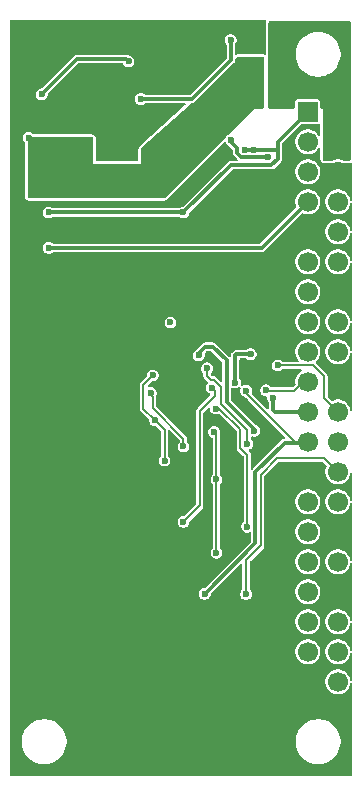
<source format=gbr>
%TF.GenerationSoftware,KiCad,Pcbnew,9.0.1*%
%TF.CreationDate,2025-11-14T14:34:28-05:00*%
%TF.ProjectId,Drone-Flight-Controller,44726f6e-652d-4466-9c69-6768742d436f,rev?*%
%TF.SameCoordinates,Original*%
%TF.FileFunction,Copper,L2,Bot*%
%TF.FilePolarity,Positive*%
%FSLAX46Y46*%
G04 Gerber Fmt 4.6, Leading zero omitted, Abs format (unit mm)*
G04 Created by KiCad (PCBNEW 9.0.1) date 2025-11-14 14:34:28*
%MOMM*%
%LPD*%
G01*
G04 APERTURE LIST*
%TA.AperFunction,SMDPad,CuDef*%
%ADD10R,1.000000X1.500000*%
%TD*%
%TA.AperFunction,ComponentPad*%
%ADD11R,1.700000X1.700000*%
%TD*%
%TA.AperFunction,ComponentPad*%
%ADD12C,1.700000*%
%TD*%
%TA.AperFunction,ViaPad*%
%ADD13C,0.600000*%
%TD*%
%TA.AperFunction,Conductor*%
%ADD14C,0.200000*%
%TD*%
%TA.AperFunction,Conductor*%
%ADD15C,0.300000*%
%TD*%
G04 APERTURE END LIST*
D10*
%TO.P,JP2,1,A*%
%TO.N,+5V*%
X33750000Y-19400000D03*
%TO.P,JP2,2,B*%
X35050000Y-19400000D03*
%TD*%
%TO.P,JP1,1,A*%
%TO.N,+5V*%
X35050000Y-16800000D03*
%TO.P,JP1,2,B*%
X33750000Y-16800000D03*
%TD*%
D11*
%TO.P,J3,1,3V3*%
%TO.N,+3.3V*%
X37925000Y-20475000D03*
D12*
%TO.P,J3,2,5V*%
%TO.N,+5V*%
X40465000Y-20475000D03*
%TO.P,J3,3,SDA_I2C1/GPIO02*%
%TO.N,I2C_SDA*%
X37925000Y-23015000D03*
%TO.P,J3,4,5V*%
%TO.N,+5V*%
X40465000Y-23015000D03*
%TO.P,J3,5,SCL_I2C1/GPIO03*%
%TO.N,I2C_SCL*%
X37925000Y-25555000D03*
%TO.P,J3,6,GND*%
%TO.N,GND*%
X40465000Y-25555000D03*
%TO.P,J3,7,GPCLK0/GPIO04*%
%TO.N,LED_STATUS*%
X37925000Y-28095000D03*
%TO.P,J3,8,GPIO14/UART_TXD*%
%TO.N,unconnected-(J3-GPIO14{slash}UART_TXD-Pad8)*%
X40465000Y-28095000D03*
%TO.P,J3,9,GND*%
%TO.N,GND*%
X37925000Y-30635000D03*
%TO.P,J3,10,GPIO15/UART_RXD*%
%TO.N,unconnected-(J3-GPIO15{slash}UART_RXD-Pad10)*%
X40465000Y-30635000D03*
%TO.P,J3,11,GPIO17/SPI1_~{CE1}*%
%TO.N,unconnected-(J3-GPIO17{slash}SPI1_~{CE1}-Pad11)*%
X37925000Y-33175000D03*
%TO.P,J3,12,GPIO18/SPI1_~{CE0}/PCM_CLK/PWM0*%
%TO.N,unconnected-(J3-GPIO18{slash}SPI1_~{CE0}{slash}PCM_CLK{slash}PWM0-Pad12)*%
X40465000Y-33175000D03*
%TO.P,J3,13,GPIO27/SDIO_DAT3*%
%TO.N,unconnected-(J3-GPIO27{slash}SDIO_DAT3-Pad13)*%
X37925000Y-35715000D03*
%TO.P,J3,14,GND*%
%TO.N,GND*%
X40465000Y-35715000D03*
%TO.P,J3,15,GPIO22/SDIO_CLK*%
%TO.N,unconnected-(J3-GPIO22{slash}SDIO_CLK-Pad15)*%
X37925000Y-38255000D03*
%TO.P,J3,16,GPIO23/SDIO_CMD*%
%TO.N,unconnected-(J3-GPIO23{slash}SDIO_CMD-Pad16)*%
X40465000Y-38255000D03*
%TO.P,J3,17,3V3*%
%TO.N,+3.3V*%
X37925000Y-40795000D03*
%TO.P,J3,18,GPIO24/SDIO_DAT0*%
%TO.N,unconnected-(J3-GPIO24{slash}SDIO_DAT0-Pad18)*%
X40465000Y-40795000D03*
%TO.P,J3,19,MOSI_SPI0/GPIO10*%
%TO.N,SPI0_MOSI*%
X37925000Y-43335000D03*
%TO.P,J3,20,GND*%
%TO.N,GND*%
X40465000Y-43335000D03*
%TO.P,J3,21,MISO_SPI0/GPIO09*%
%TO.N,SPI0_MISO*%
X37925000Y-45875000D03*
%TO.P,J3,22,GPIO25/SDIO_DAT1*%
%TO.N,BAROMETER_INT*%
X40465000Y-45875000D03*
%TO.P,J3,23,SCLK_SPI0/GPIO11*%
%TO.N,SPI0_SCLK*%
X37925000Y-48415000D03*
%TO.P,J3,24,~{CE0}_SPI0/GPIO08*%
%TO.N,BAROMETER_CSB*%
X40465000Y-48415000D03*
%TO.P,J3,25,GND*%
%TO.N,GND*%
X37925000Y-50955000D03*
%TO.P,J3,26,~{CE1}_SPI0/GPIO07*%
%TO.N,IMU_CS_HV*%
X40465000Y-50955000D03*
%TO.P,J3,27,ID_SD_I2C0/GPIO00*%
%TO.N,BAROMETER_CSB*%
X37925000Y-53495000D03*
%TO.P,J3,28,ID_SC_I2C0/GPIO01*%
%TO.N,IMU_ADDR*%
X40465000Y-53495000D03*
%TO.P,J3,29,GPCLK1/GPIO05*%
%TO.N,PWM_RESET*%
X37925000Y-56035000D03*
%TO.P,J3,30,GND*%
%TO.N,GND*%
X40465000Y-56035000D03*
%TO.P,J3,31,GPCLK2/GPIO06*%
%TO.N,Net-(J3-GPCLK2{slash}GPIO06)*%
X37925000Y-58575000D03*
%TO.P,J3,32,GPIO12/PWM0*%
%TO.N,unconnected-(J3-GPIO12{slash}PWM0-Pad32)*%
X40465000Y-58575000D03*
%TO.P,J3,33,GPIO13/PWM1*%
%TO.N,unconnected-(J3-GPIO13{slash}PWM1-Pad33)*%
X37925000Y-61115000D03*
%TO.P,J3,34,GND*%
%TO.N,GND*%
X40465000Y-61115000D03*
%TO.P,J3,35,GPIO19/SPI1_MISO/PCM_FS*%
%TO.N,unconnected-(J3-GPIO19{slash}SPI1_MISO{slash}PCM_FS-Pad35)*%
X37925000Y-63655000D03*
%TO.P,J3,36,GPIO16/SPI1_~{CE2}*%
%TO.N,unconnected-(J3-GPIO16{slash}SPI1_~{CE2}-Pad36)*%
X40465000Y-63655000D03*
%TO.P,J3,37,GPIO26/SDIO_DAT2*%
%TO.N,unconnected-(J3-GPIO26{slash}SDIO_DAT2-Pad37)*%
X37925000Y-66195000D03*
%TO.P,J3,38,GPIO20/SPI1_MOSI/PCM_DIN/PWM1*%
%TO.N,unconnected-(J3-GPIO20{slash}SPI1_MOSI{slash}PCM_DIN{slash}PWM1-Pad38)*%
X40465000Y-66195000D03*
%TO.P,J3,39,GND*%
%TO.N,GND*%
X37925000Y-68735000D03*
%TO.P,J3,40,GPIO21/SPI1_SCLK/PCM_DOUT*%
%TO.N,unconnected-(J3-GPIO21{slash}SPI1_SCLK{slash}PCM_DOUT-Pad40)*%
X40465000Y-68735000D03*
%TD*%
D13*
%TO.N,+3.3V*%
X26300000Y-38300000D03*
%TO.N,+5V*%
X14290000Y-22690000D03*
%TO.N,GND*%
X13300000Y-20200000D03*
X13300000Y-27600000D03*
X14100000Y-13500000D03*
X14100000Y-16300000D03*
X16800000Y-29900000D03*
X14200000Y-34300000D03*
X14200000Y-53500000D03*
X23100000Y-65000000D03*
X23100000Y-71100000D03*
%TO.N,+3.3V*%
X33095862Y-40995862D03*
X31780000Y-43400000D03*
%TO.N,GND*%
X32600000Y-45000000D03*
%TO.N,BAROMETER_INT*%
X35400000Y-41950000D03*
%TO.N,GND*%
X33498611Y-44147140D03*
X33600000Y-42300000D03*
%TO.N,SPI0_SCLK*%
X32700000Y-44100000D03*
%TO.N,SPI0_MOSI*%
X34400000Y-44063672D03*
%TO.N,GND*%
X26900000Y-20100000D03*
X24100000Y-22500000D03*
X24600000Y-20500000D03*
X25200000Y-21500000D03*
%TO.N,+3.3V*%
X27400000Y-29000000D03*
%TO.N,+1V8*%
X28700000Y-41100000D03*
X33401044Y-47486500D03*
%TO.N,IMU_CS_HV*%
X32700000Y-61300000D03*
%TO.N,SPI0_SCLK*%
X29200000Y-61300000D03*
%TO.N,GND*%
X20400000Y-20000000D03*
X29400000Y-46950000D03*
X22800000Y-37400000D03*
X18400000Y-20200000D03*
X23975735Y-46424265D03*
X33800000Y-14000000D03*
X24400000Y-49000000D03*
X29600000Y-41000000D03*
X20400000Y-19200000D03*
X33800000Y-13200000D03*
X22800000Y-41800000D03*
X33800000Y-14800000D03*
X15200000Y-21400000D03*
X18400000Y-21400000D03*
X15200000Y-20200000D03*
%TO.N,+3.3V*%
X33400000Y-23675000D03*
X30200000Y-51600000D03*
X16000000Y-29000000D03*
X30000000Y-47600000D03*
X30200000Y-57800000D03*
X32585000Y-23675000D03*
%TO.N,+5V*%
X23600000Y-27400000D03*
X15000000Y-25300000D03*
X18600000Y-25300000D03*
X21700000Y-27000000D03*
X17600000Y-27000000D03*
X15600000Y-27400000D03*
X19600000Y-27400000D03*
X25600000Y-27400000D03*
%TO.N,I2C_SCL*%
X31445000Y-22845000D03*
X34600000Y-24325000D03*
%TO.N,+12V*%
X31400000Y-14400000D03*
X23800000Y-19400000D03*
%TO.N,SPI0_MISO*%
X35000000Y-44700000D03*
%TO.N,LED_STATUS*%
X16000000Y-32000000D03*
%TO.N,+1V8*%
X25800000Y-50000000D03*
X25000000Y-46600000D03*
X24810000Y-42800000D03*
%TO.N,Net-(U2-FB)*%
X22750000Y-16200000D03*
X15400000Y-19000000D03*
%TO.N,SPI0_SDO_LV*%
X24625225Y-44273752D03*
X27400000Y-48800000D03*
%TO.N,SPI0_SDI_LV*%
X32800000Y-48600000D03*
X29400000Y-42200000D03*
%TO.N,SPI0_SCL_LV*%
X27400000Y-55200000D03*
X29800973Y-43849500D03*
%TO.N,IMU_CS_LV*%
X30150000Y-45600000D03*
X32800000Y-55600000D03*
%TO.N,GND*%
X31209110Y-40769217D03*
%TD*%
D14*
%TO.N,BAROMETER_INT*%
X35400000Y-41950000D02*
X38405760Y-41950000D01*
X39314000Y-42858240D02*
X39314000Y-44724000D01*
X39314000Y-44724000D02*
X40465000Y-45875000D01*
X38405760Y-41950000D02*
X39314000Y-42858240D01*
D15*
%TO.N,+3.3V*%
X33095862Y-40995862D02*
X33091724Y-41000000D01*
X31860000Y-41000000D02*
X31780000Y-41080000D01*
X33091724Y-41000000D02*
X31860000Y-41000000D01*
X31780000Y-41080000D02*
X31780000Y-43400000D01*
D14*
%TO.N,SPI0_MOSI*%
X34400000Y-44063672D02*
X34436328Y-44100000D01*
X36800000Y-44100000D02*
X37565000Y-43335000D01*
X37565000Y-43335000D02*
X37925000Y-43335000D01*
X34436328Y-44100000D02*
X36800000Y-44100000D01*
D15*
%TO.N,SPI0_MISO*%
X35000000Y-44700000D02*
X35000000Y-45700000D01*
X35000000Y-45700000D02*
X35175000Y-45875000D01*
X35175000Y-45875000D02*
X37925000Y-45875000D01*
D14*
%TO.N,SPI0_SCLK*%
X32700000Y-44100000D02*
X32700000Y-44249943D01*
X36865057Y-48415000D02*
X37925000Y-48415000D01*
X32700000Y-44249943D02*
X36865057Y-48415000D01*
D15*
%TO.N,+12V*%
X28099370Y-19400000D02*
X31400000Y-16099370D01*
X23800000Y-19400000D02*
X28099370Y-19400000D01*
X31400000Y-16099370D02*
X31400000Y-14400000D01*
%TO.N,+3.3V*%
X16000000Y-29000000D02*
X27400000Y-29000000D01*
%TO.N,LED_STATUS*%
X16000000Y-32000000D02*
X34020000Y-32000000D01*
X34020000Y-32000000D02*
X37925000Y-28095000D01*
%TO.N,+1V8*%
X28700000Y-40900000D02*
X28700000Y-41100000D01*
X29869654Y-40349000D02*
X29251000Y-40349000D01*
X29251000Y-40349000D02*
X28700000Y-40900000D01*
X31051000Y-45013190D02*
X31051000Y-41530346D01*
X31051000Y-41530346D02*
X29869654Y-40349000D01*
X33401044Y-47486500D02*
X33401044Y-47363234D01*
X33401044Y-47363234D02*
X31051000Y-45013190D01*
D14*
%TO.N,IMU_CS_HV*%
X32700000Y-61300000D02*
X32700000Y-58437810D01*
X32700000Y-58437810D02*
X33951000Y-57186810D01*
X33951000Y-57186810D02*
X33951000Y-51186810D01*
X33951000Y-51186810D02*
X35333810Y-49804000D01*
X35333810Y-49804000D02*
X39314000Y-49804000D01*
X39314000Y-49804000D02*
X40465000Y-50955000D01*
D15*
%TO.N,SPI0_SCLK*%
X29200000Y-61300000D02*
X33500000Y-57000000D01*
X33500000Y-57000000D02*
X33500000Y-51000000D01*
X33500000Y-51000000D02*
X36000000Y-48500000D01*
X36000000Y-48500000D02*
X37840000Y-48500000D01*
X37840000Y-48500000D02*
X37925000Y-48415000D01*
%TO.N,+3.3V*%
X33400000Y-23675000D02*
X32585000Y-23675000D01*
X33400000Y-23675000D02*
X35300000Y-23675000D01*
X35300000Y-23675000D02*
X35375000Y-23600000D01*
X35375000Y-24470654D02*
X35375000Y-23025000D01*
D14*
X30200000Y-51600000D02*
X30200000Y-47800000D01*
X30200000Y-47800000D02*
X30000000Y-47600000D01*
D15*
X33400000Y-23675000D02*
X33475000Y-23675000D01*
X27400000Y-29000000D02*
X31400000Y-25000000D01*
D14*
X30200000Y-51600000D02*
X30200000Y-57800000D01*
D15*
X35375000Y-23025000D02*
X37925000Y-20475000D01*
X31400000Y-25000000D02*
X34845654Y-25000000D01*
X34845654Y-25000000D02*
X35375000Y-24470654D01*
%TO.N,I2C_SCL*%
X31445000Y-23045000D02*
X31934000Y-23534000D01*
X32854654Y-24326000D02*
X32855654Y-24325000D01*
X32315346Y-24326000D02*
X32854654Y-24326000D01*
X31445000Y-22845000D02*
X31445000Y-23045000D01*
X33130346Y-24326000D02*
X33669654Y-24326000D01*
X32855654Y-24325000D02*
X33129346Y-24325000D01*
X33129346Y-24325000D02*
X33130346Y-24326000D01*
X31934000Y-23534000D02*
X31934000Y-23944654D01*
X33670654Y-24325000D02*
X34600000Y-24325000D01*
X33669654Y-24326000D02*
X33670654Y-24325000D01*
X31934000Y-23944654D02*
X32315346Y-24326000D01*
%TO.N,SPI0_SCLK*%
X37755000Y-48875000D02*
X37860000Y-48980000D01*
D14*
%TO.N,+1V8*%
X24000000Y-45600000D02*
X25000000Y-46600000D01*
X25800000Y-47400000D02*
X25800000Y-50000000D01*
X25000000Y-46600000D02*
X25800000Y-47400000D01*
X24000000Y-43610000D02*
X24000000Y-45600000D01*
X24810000Y-42800000D02*
X24000000Y-43610000D01*
D15*
%TO.N,Net-(U2-FB)*%
X22750000Y-16200000D02*
X22550000Y-16000000D01*
X22550000Y-16000000D02*
X18400000Y-16000000D01*
X18400000Y-16000000D02*
X15400000Y-19000000D01*
D14*
%TO.N,SPI0_SDO_LV*%
X27400000Y-48150057D02*
X27400000Y-48800000D01*
X24800000Y-44610608D02*
X24800000Y-45550057D01*
X24800000Y-45550057D02*
X27400000Y-48150057D01*
X24625225Y-44273752D02*
X24625225Y-44435833D01*
X24625225Y-44435833D02*
X24800000Y-44610608D01*
%TO.N,SPI0_SDI_LV*%
X29400000Y-42850206D02*
X29699943Y-43150149D01*
X29400000Y-42200000D02*
X29400000Y-42850206D01*
X30600000Y-43800000D02*
X30600000Y-45200000D01*
X30600000Y-45200000D02*
X32800000Y-47400000D01*
X29950149Y-43150149D02*
X30600000Y-43800000D01*
X32800000Y-47400000D02*
X32800000Y-48600000D01*
X29699943Y-43150149D02*
X29950149Y-43150149D01*
%TO.N,SPI0_SCL_LV*%
X28799000Y-45800984D02*
X28799000Y-53801000D01*
X30075735Y-44124262D02*
X30075735Y-44524249D01*
X28799000Y-53801000D02*
X27400000Y-55200000D01*
X29800973Y-43849500D02*
X30075735Y-44124262D01*
X30075735Y-44524249D02*
X28799000Y-45800984D01*
%TO.N,IMU_CS_LV*%
X32200000Y-48350057D02*
X32199000Y-48351057D01*
X30150000Y-45600000D02*
X30432900Y-45600000D01*
X32200000Y-47367100D02*
X32200000Y-48350057D01*
X32200000Y-48849943D02*
X32200000Y-48901470D01*
X32199000Y-48848943D02*
X32200000Y-48849943D01*
X32800000Y-49501470D02*
X32800000Y-55600000D01*
X30432900Y-45600000D02*
X32200000Y-47367100D01*
X32200000Y-48901470D02*
X32800000Y-49501470D01*
X32199000Y-48351057D02*
X32199000Y-48848943D01*
%TD*%
%TA.AperFunction,Conductor*%
%TO.N,GND*%
G36*
X34377393Y-12719407D02*
G01*
X34413357Y-12768907D01*
X34414191Y-12827393D01*
X34402826Y-12866095D01*
X34402824Y-12866104D01*
X34394500Y-12924000D01*
X34394500Y-15561969D01*
X34375593Y-15620160D01*
X34326093Y-15656124D01*
X34264907Y-15656124D01*
X34247170Y-15648371D01*
X34200935Y-15622509D01*
X34133904Y-15602826D01*
X34133895Y-15602824D01*
X34087684Y-15596180D01*
X34076000Y-15594500D01*
X32051362Y-15594500D01*
X32051343Y-15594500D01*
X32029405Y-15595677D01*
X32029398Y-15595677D01*
X32029393Y-15595678D01*
X32020894Y-15596591D01*
X32003038Y-15598511D01*
X32003033Y-15598512D01*
X31926519Y-15622470D01*
X31896944Y-15638619D01*
X31836810Y-15649911D01*
X31781523Y-15623701D01*
X31752201Y-15570000D01*
X31750500Y-15551728D01*
X31750500Y-14798321D01*
X31769407Y-14740130D01*
X31779490Y-14728323D01*
X31800500Y-14707314D01*
X31866392Y-14593186D01*
X31900500Y-14465892D01*
X31900500Y-14334108D01*
X31866392Y-14206814D01*
X31866390Y-14206811D01*
X31866390Y-14206809D01*
X31800503Y-14092690D01*
X31800501Y-14092688D01*
X31800500Y-14092686D01*
X31707314Y-13999500D01*
X31707311Y-13999498D01*
X31707309Y-13999496D01*
X31593189Y-13933609D01*
X31593191Y-13933609D01*
X31543799Y-13920375D01*
X31465892Y-13899500D01*
X31334108Y-13899500D01*
X31256200Y-13920375D01*
X31206809Y-13933609D01*
X31092690Y-13999496D01*
X30999496Y-14092690D01*
X30933609Y-14206809D01*
X30933608Y-14206814D01*
X30899500Y-14334108D01*
X30899500Y-14465892D01*
X30929579Y-14578151D01*
X30933609Y-14593190D01*
X30999496Y-14707309D01*
X30999498Y-14707311D01*
X30999500Y-14707314D01*
X31020505Y-14728319D01*
X31048281Y-14782834D01*
X31049500Y-14798321D01*
X31049500Y-15913180D01*
X31030593Y-15971371D01*
X31020504Y-15983184D01*
X27983184Y-19020504D01*
X27928667Y-19048281D01*
X27913180Y-19049500D01*
X24198321Y-19049500D01*
X24140130Y-19030593D01*
X24128323Y-19020509D01*
X24107314Y-18999500D01*
X24107311Y-18999498D01*
X24107309Y-18999496D01*
X23993189Y-18933609D01*
X23993191Y-18933609D01*
X23943799Y-18920375D01*
X23865892Y-18899500D01*
X23734108Y-18899500D01*
X23656200Y-18920375D01*
X23606809Y-18933609D01*
X23492690Y-18999496D01*
X23399496Y-19092690D01*
X23333609Y-19206809D01*
X23333608Y-19206814D01*
X23299500Y-19334108D01*
X23299500Y-19465892D01*
X23308773Y-19500500D01*
X23333609Y-19593190D01*
X23399496Y-19707309D01*
X23399498Y-19707311D01*
X23399500Y-19707314D01*
X23492686Y-19800500D01*
X23492688Y-19800501D01*
X23492690Y-19800503D01*
X23606810Y-19866390D01*
X23606808Y-19866390D01*
X23606812Y-19866391D01*
X23606814Y-19866392D01*
X23734108Y-19900500D01*
X23734110Y-19900500D01*
X23865890Y-19900500D01*
X23865892Y-19900500D01*
X23993186Y-19866392D01*
X23993188Y-19866390D01*
X23993190Y-19866390D01*
X24107309Y-19800503D01*
X24107309Y-19800502D01*
X24107314Y-19800500D01*
X24128319Y-19779494D01*
X24182834Y-19751719D01*
X24198321Y-19750500D01*
X27490342Y-19750500D01*
X27548533Y-19769407D01*
X27584497Y-19818907D01*
X27584497Y-19880093D01*
X27556632Y-19923030D01*
X23688357Y-23410442D01*
X23669342Y-23430027D01*
X23669342Y-23430028D01*
X23648058Y-23455086D01*
X23648055Y-23455089D01*
X23607513Y-23530216D01*
X23607506Y-23530233D01*
X23587826Y-23597256D01*
X23587824Y-23597265D01*
X23579500Y-23655161D01*
X23579500Y-24570500D01*
X23560593Y-24628691D01*
X23511093Y-24664655D01*
X23480500Y-24669500D01*
X20089500Y-24669500D01*
X20031309Y-24650593D01*
X19995345Y-24601093D01*
X19990500Y-24570500D01*
X19990500Y-22724005D01*
X19990500Y-22724000D01*
X19985803Y-22680316D01*
X19974597Y-22628805D01*
X19972110Y-22618627D01*
X19929100Y-22537915D01*
X19883345Y-22485111D01*
X19865754Y-22467157D01*
X19865753Y-22467156D01*
X19865752Y-22467155D01*
X19865750Y-22467153D01*
X19785941Y-22422511D01*
X19785937Y-22422509D01*
X19718904Y-22402826D01*
X19718895Y-22402824D01*
X19672684Y-22396180D01*
X19661000Y-22394500D01*
X19660999Y-22394500D01*
X14743322Y-22394500D01*
X14685131Y-22375593D01*
X14673319Y-22365504D01*
X14597314Y-22289500D01*
X14597309Y-22289496D01*
X14483189Y-22223609D01*
X14483191Y-22223609D01*
X14433799Y-22210375D01*
X14355892Y-22189500D01*
X14224108Y-22189500D01*
X14146200Y-22210375D01*
X14096809Y-22223609D01*
X13982690Y-22289496D01*
X13889496Y-22382690D01*
X13823609Y-22496809D01*
X13812656Y-22537686D01*
X13789500Y-22624108D01*
X13789500Y-22755892D01*
X13803942Y-22809789D01*
X13823609Y-22883190D01*
X13889496Y-22997309D01*
X13889498Y-22997311D01*
X13889500Y-22997314D01*
X13965505Y-23073319D01*
X13993281Y-23127834D01*
X13994500Y-23143321D01*
X13994500Y-27676000D01*
X13998526Y-27713443D01*
X13999197Y-27719685D01*
X14010404Y-27771199D01*
X14012889Y-27781371D01*
X14012889Y-27781372D01*
X14012890Y-27781373D01*
X14055900Y-27862085D01*
X14101655Y-27914889D01*
X14101667Y-27914901D01*
X14119247Y-27932844D01*
X14119249Y-27932846D01*
X14199058Y-27977488D01*
X14199062Y-27977490D01*
X14266095Y-27997173D01*
X14266102Y-27997175D01*
X14324000Y-28005500D01*
X14324001Y-28005500D01*
X25748620Y-28005500D01*
X25748638Y-28005500D01*
X25770607Y-28004322D01*
X25796965Y-28001488D01*
X25873482Y-27977529D01*
X25934805Y-27944044D01*
X25981629Y-27908991D01*
X30841195Y-23049421D01*
X30895710Y-23021646D01*
X30956142Y-23031217D01*
X30996933Y-23069927D01*
X31044496Y-23152309D01*
X31044498Y-23152311D01*
X31044500Y-23152314D01*
X31137686Y-23245500D01*
X31155103Y-23255555D01*
X31175605Y-23271287D01*
X31554503Y-23650184D01*
X31582281Y-23704701D01*
X31583500Y-23720188D01*
X31583500Y-23990797D01*
X31597897Y-24044530D01*
X31601843Y-24059255D01*
X31607386Y-24079942D01*
X31653530Y-24159866D01*
X31974162Y-24480498D01*
X32001938Y-24535013D01*
X31992367Y-24595445D01*
X31949102Y-24638710D01*
X31904157Y-24649500D01*
X31353856Y-24649500D01*
X31279215Y-24669500D01*
X31279214Y-24669499D01*
X31264711Y-24673386D01*
X31184790Y-24719529D01*
X27433814Y-28470504D01*
X27379297Y-28498281D01*
X27363810Y-28499500D01*
X27334108Y-28499500D01*
X27256200Y-28520375D01*
X27206809Y-28533609D01*
X27092690Y-28599496D01*
X27092689Y-28599497D01*
X27092686Y-28599499D01*
X27092686Y-28599500D01*
X27071680Y-28620505D01*
X27017166Y-28648281D01*
X27001679Y-28649500D01*
X16398321Y-28649500D01*
X16340130Y-28630593D01*
X16328323Y-28620509D01*
X16307314Y-28599500D01*
X16307311Y-28599498D01*
X16307309Y-28599496D01*
X16193189Y-28533609D01*
X16193191Y-28533609D01*
X16143799Y-28520375D01*
X16065892Y-28499500D01*
X15934108Y-28499500D01*
X15856200Y-28520375D01*
X15806809Y-28533609D01*
X15692690Y-28599496D01*
X15599496Y-28692690D01*
X15533609Y-28806809D01*
X15533608Y-28806814D01*
X15499500Y-28934108D01*
X15499500Y-29065892D01*
X15520831Y-29145500D01*
X15533609Y-29193190D01*
X15599496Y-29307309D01*
X15599498Y-29307311D01*
X15599500Y-29307314D01*
X15692686Y-29400500D01*
X15692688Y-29400501D01*
X15692690Y-29400503D01*
X15806810Y-29466390D01*
X15806808Y-29466390D01*
X15806812Y-29466391D01*
X15806814Y-29466392D01*
X15934108Y-29500500D01*
X15934110Y-29500500D01*
X16065890Y-29500500D01*
X16065892Y-29500500D01*
X16193186Y-29466392D01*
X16193188Y-29466390D01*
X16193190Y-29466390D01*
X16307309Y-29400503D01*
X16307309Y-29400502D01*
X16307314Y-29400500D01*
X16328319Y-29379494D01*
X16382834Y-29351719D01*
X16398321Y-29350500D01*
X27001679Y-29350500D01*
X27059870Y-29369407D01*
X27071676Y-29379490D01*
X27092686Y-29400500D01*
X27092688Y-29400501D01*
X27092690Y-29400503D01*
X27206810Y-29466390D01*
X27206808Y-29466390D01*
X27206812Y-29466391D01*
X27206814Y-29466392D01*
X27334108Y-29500500D01*
X27334110Y-29500500D01*
X27465890Y-29500500D01*
X27465892Y-29500500D01*
X27593186Y-29466392D01*
X27593188Y-29466390D01*
X27593190Y-29466390D01*
X27707309Y-29400503D01*
X27707309Y-29400502D01*
X27707314Y-29400500D01*
X27800500Y-29307314D01*
X27866392Y-29193186D01*
X27900500Y-29065892D01*
X27900500Y-29036189D01*
X27919407Y-28977998D01*
X27929496Y-28966185D01*
X31444149Y-25451532D01*
X36874500Y-25451532D01*
X36874500Y-25658467D01*
X36914869Y-25861418D01*
X36994058Y-26052597D01*
X36994059Y-26052598D01*
X37109023Y-26224655D01*
X37255345Y-26370977D01*
X37427402Y-26485941D01*
X37618580Y-26565130D01*
X37821535Y-26605500D01*
X37821536Y-26605500D01*
X38028464Y-26605500D01*
X38028465Y-26605500D01*
X38231420Y-26565130D01*
X38422598Y-26485941D01*
X38594655Y-26370977D01*
X38740977Y-26224655D01*
X38855941Y-26052598D01*
X38935130Y-25861420D01*
X38975500Y-25658465D01*
X38975500Y-25451535D01*
X38935130Y-25248580D01*
X38855941Y-25057402D01*
X38740977Y-24885345D01*
X38594655Y-24739023D01*
X38594651Y-24739020D01*
X38422597Y-24624058D01*
X38231418Y-24544869D01*
X38028467Y-24504500D01*
X38028465Y-24504500D01*
X37821535Y-24504500D01*
X37821532Y-24504500D01*
X37618581Y-24544869D01*
X37427402Y-24624058D01*
X37255348Y-24739020D01*
X37109020Y-24885348D01*
X36994058Y-25057402D01*
X36914869Y-25248581D01*
X36874500Y-25451532D01*
X31444149Y-25451532D01*
X31516185Y-25379496D01*
X31570702Y-25351719D01*
X31586189Y-25350500D01*
X34891796Y-25350500D01*
X34891798Y-25350500D01*
X34980942Y-25326614D01*
X35060866Y-25280470D01*
X35655469Y-24685866D01*
X35701614Y-24605942D01*
X35704427Y-24595445D01*
X35711001Y-24570912D01*
X35720619Y-24535013D01*
X35725500Y-24516798D01*
X35725500Y-23211190D01*
X35744407Y-23152999D01*
X35754496Y-23141186D01*
X37341186Y-21554496D01*
X37395703Y-21526719D01*
X37411190Y-21525500D01*
X38794747Y-21525500D01*
X38794748Y-21525500D01*
X38853231Y-21513867D01*
X38853234Y-21513864D01*
X38857615Y-21512051D01*
X38918612Y-21507251D01*
X38970781Y-21539220D01*
X38994195Y-21595748D01*
X38994500Y-21603515D01*
X38994500Y-22398410D01*
X38975593Y-22456601D01*
X38926093Y-22492565D01*
X38864907Y-22492565D01*
X38815407Y-22456601D01*
X38813184Y-22453411D01*
X38740979Y-22345348D01*
X38740977Y-22345345D01*
X38594655Y-22199023D01*
X38422598Y-22084059D01*
X38422599Y-22084059D01*
X38422597Y-22084058D01*
X38231418Y-22004869D01*
X38028467Y-21964500D01*
X38028465Y-21964500D01*
X37821535Y-21964500D01*
X37821532Y-21964500D01*
X37618581Y-22004869D01*
X37427402Y-22084058D01*
X37255348Y-22199020D01*
X37109020Y-22345348D01*
X36994058Y-22517402D01*
X36914869Y-22708581D01*
X36874500Y-22911532D01*
X36874500Y-23118467D01*
X36914869Y-23321418D01*
X36994058Y-23512597D01*
X37085990Y-23650184D01*
X37109023Y-23684655D01*
X37255345Y-23830977D01*
X37427402Y-23945941D01*
X37618580Y-24025130D01*
X37821535Y-24065500D01*
X37821536Y-24065500D01*
X38028464Y-24065500D01*
X38028465Y-24065500D01*
X38231420Y-24025130D01*
X38422598Y-23945941D01*
X38594655Y-23830977D01*
X38740977Y-23684655D01*
X38813185Y-23576587D01*
X38861234Y-23538708D01*
X38922372Y-23536306D01*
X38973246Y-23570298D01*
X38994424Y-23627702D01*
X38994500Y-23631589D01*
X38994500Y-24476000D01*
X38999197Y-24519684D01*
X39010341Y-24570912D01*
X39010404Y-24571199D01*
X39012889Y-24581371D01*
X39012889Y-24581372D01*
X39012890Y-24581373D01*
X39055900Y-24662085D01*
X39101655Y-24714889D01*
X39101667Y-24714901D01*
X39119247Y-24732844D01*
X39119249Y-24732846D01*
X39199058Y-24777488D01*
X39199062Y-24777490D01*
X39248863Y-24792113D01*
X39266102Y-24797175D01*
X39324000Y-24805500D01*
X39324001Y-24805500D01*
X40000818Y-24805500D01*
X40000820Y-24805500D01*
X40040911Y-24801551D01*
X40088364Y-24792112D01*
X40126916Y-24780418D01*
X40209518Y-24746201D01*
X40228082Y-24740569D01*
X40333863Y-24719529D01*
X40372208Y-24711902D01*
X40391521Y-24710000D01*
X40538478Y-24710000D01*
X40557791Y-24711901D01*
X40701920Y-24740571D01*
X40720478Y-24746201D01*
X40803085Y-24780418D01*
X40803095Y-24780421D01*
X40841632Y-24792111D01*
X40841634Y-24792111D01*
X40841636Y-24792112D01*
X40889089Y-24801551D01*
X40929180Y-24805500D01*
X40929182Y-24805500D01*
X41475995Y-24805500D01*
X41476000Y-24805500D01*
X41519684Y-24800803D01*
X41571195Y-24789597D01*
X41571202Y-24789595D01*
X41571217Y-24789592D01*
X41576995Y-24788180D01*
X41638011Y-24792730D01*
X41684699Y-24832276D01*
X41699500Y-24884349D01*
X41699500Y-27911399D01*
X41680593Y-27969590D01*
X41631093Y-28005554D01*
X41569907Y-28005554D01*
X41520407Y-27969590D01*
X41503402Y-27930713D01*
X41475130Y-27788581D01*
X41472144Y-27781373D01*
X41395941Y-27597402D01*
X41280977Y-27425345D01*
X41134655Y-27279023D01*
X40962598Y-27164059D01*
X40962599Y-27164059D01*
X40962597Y-27164058D01*
X40771418Y-27084869D01*
X40568467Y-27044500D01*
X40568465Y-27044500D01*
X40361535Y-27044500D01*
X40361532Y-27044500D01*
X40158581Y-27084869D01*
X39967402Y-27164058D01*
X39795348Y-27279020D01*
X39649020Y-27425348D01*
X39534058Y-27597402D01*
X39454869Y-27788581D01*
X39414500Y-27991532D01*
X39414500Y-28198467D01*
X39454869Y-28401418D01*
X39534058Y-28592597D01*
X39552705Y-28620504D01*
X39649023Y-28764655D01*
X39795345Y-28910977D01*
X39967402Y-29025941D01*
X40158580Y-29105130D01*
X40361535Y-29145500D01*
X40361536Y-29145500D01*
X40568464Y-29145500D01*
X40568465Y-29145500D01*
X40771420Y-29105130D01*
X40962598Y-29025941D01*
X41134655Y-28910977D01*
X41280977Y-28764655D01*
X41395941Y-28592598D01*
X41475130Y-28401420D01*
X41503402Y-28259285D01*
X41533299Y-28205902D01*
X41588864Y-28180286D01*
X41648873Y-28192223D01*
X41690406Y-28237153D01*
X41699500Y-28278600D01*
X41699500Y-30451399D01*
X41680593Y-30509590D01*
X41631093Y-30545554D01*
X41569907Y-30545554D01*
X41520407Y-30509590D01*
X41503402Y-30470713D01*
X41475130Y-30328581D01*
X41395941Y-30137402D01*
X41280979Y-29965348D01*
X41280977Y-29965345D01*
X41134655Y-29819023D01*
X40962598Y-29704059D01*
X40962599Y-29704059D01*
X40962597Y-29704058D01*
X40771418Y-29624869D01*
X40568467Y-29584500D01*
X40568465Y-29584500D01*
X40361535Y-29584500D01*
X40361532Y-29584500D01*
X40158581Y-29624869D01*
X39967402Y-29704058D01*
X39795348Y-29819020D01*
X39649020Y-29965348D01*
X39534058Y-30137402D01*
X39454869Y-30328581D01*
X39414500Y-30531532D01*
X39414500Y-30738467D01*
X39454869Y-30941418D01*
X39534058Y-31132597D01*
X39534059Y-31132598D01*
X39649023Y-31304655D01*
X39795345Y-31450977D01*
X39967402Y-31565941D01*
X40158580Y-31645130D01*
X40361535Y-31685500D01*
X40361536Y-31685500D01*
X40568464Y-31685500D01*
X40568465Y-31685500D01*
X40771420Y-31645130D01*
X40962598Y-31565941D01*
X41134655Y-31450977D01*
X41280977Y-31304655D01*
X41395941Y-31132598D01*
X41475130Y-30941420D01*
X41503402Y-30799285D01*
X41533299Y-30745902D01*
X41588864Y-30720286D01*
X41648873Y-30732223D01*
X41690406Y-30777153D01*
X41699500Y-30818600D01*
X41699500Y-32991399D01*
X41680593Y-33049590D01*
X41631093Y-33085554D01*
X41569907Y-33085554D01*
X41520407Y-33049590D01*
X41503402Y-33010713D01*
X41475130Y-32868581D01*
X41395941Y-32677402D01*
X41280979Y-32505348D01*
X41280977Y-32505345D01*
X41134655Y-32359023D01*
X41123724Y-32351719D01*
X40962597Y-32244058D01*
X40771418Y-32164869D01*
X40568467Y-32124500D01*
X40568465Y-32124500D01*
X40361535Y-32124500D01*
X40361532Y-32124500D01*
X40158581Y-32164869D01*
X39967402Y-32244058D01*
X39795348Y-32359020D01*
X39649020Y-32505348D01*
X39534058Y-32677402D01*
X39454869Y-32868581D01*
X39414500Y-33071532D01*
X39414500Y-33278467D01*
X39454869Y-33481418D01*
X39534058Y-33672597D01*
X39534059Y-33672598D01*
X39649023Y-33844655D01*
X39795345Y-33990977D01*
X39967402Y-34105941D01*
X40158580Y-34185130D01*
X40361535Y-34225500D01*
X40361536Y-34225500D01*
X40568464Y-34225500D01*
X40568465Y-34225500D01*
X40771420Y-34185130D01*
X40962598Y-34105941D01*
X41134655Y-33990977D01*
X41280977Y-33844655D01*
X41395941Y-33672598D01*
X41475130Y-33481420D01*
X41503402Y-33339285D01*
X41533299Y-33285902D01*
X41588864Y-33260286D01*
X41648873Y-33272223D01*
X41690406Y-33317153D01*
X41699500Y-33358600D01*
X41699500Y-38071399D01*
X41680593Y-38129590D01*
X41631093Y-38165554D01*
X41569907Y-38165554D01*
X41520407Y-38129590D01*
X41503402Y-38090713D01*
X41475130Y-37948581D01*
X41454798Y-37899496D01*
X41395941Y-37757402D01*
X41280977Y-37585345D01*
X41134655Y-37439023D01*
X40962598Y-37324059D01*
X40962599Y-37324059D01*
X40962597Y-37324058D01*
X40771418Y-37244869D01*
X40568467Y-37204500D01*
X40568465Y-37204500D01*
X40361535Y-37204500D01*
X40361532Y-37204500D01*
X40158581Y-37244869D01*
X39967402Y-37324058D01*
X39795348Y-37439020D01*
X39649020Y-37585348D01*
X39534058Y-37757402D01*
X39454869Y-37948581D01*
X39414500Y-38151532D01*
X39414500Y-38358467D01*
X39454869Y-38561418D01*
X39534058Y-38752597D01*
X39566066Y-38800500D01*
X39649023Y-38924655D01*
X39795345Y-39070977D01*
X39967402Y-39185941D01*
X40158580Y-39265130D01*
X40361535Y-39305500D01*
X40361536Y-39305500D01*
X40568464Y-39305500D01*
X40568465Y-39305500D01*
X40771420Y-39265130D01*
X40962598Y-39185941D01*
X41134655Y-39070977D01*
X41280977Y-38924655D01*
X41395941Y-38752598D01*
X41475130Y-38561420D01*
X41503402Y-38419285D01*
X41533299Y-38365902D01*
X41588864Y-38340286D01*
X41648873Y-38352223D01*
X41690406Y-38397153D01*
X41699500Y-38438600D01*
X41699500Y-40611399D01*
X41680593Y-40669590D01*
X41631093Y-40705554D01*
X41569907Y-40705554D01*
X41520407Y-40669590D01*
X41503402Y-40630713D01*
X41475130Y-40488581D01*
X41395941Y-40297402D01*
X41280979Y-40125348D01*
X41280977Y-40125345D01*
X41134655Y-39979023D01*
X40962598Y-39864059D01*
X40962599Y-39864059D01*
X40962597Y-39864058D01*
X40771418Y-39784869D01*
X40568467Y-39744500D01*
X40568465Y-39744500D01*
X40361535Y-39744500D01*
X40361532Y-39744500D01*
X40158581Y-39784869D01*
X39967402Y-39864058D01*
X39795348Y-39979020D01*
X39649020Y-40125348D01*
X39534058Y-40297402D01*
X39454869Y-40488581D01*
X39414500Y-40691532D01*
X39414500Y-40898467D01*
X39454869Y-41101418D01*
X39534058Y-41292597D01*
X39649020Y-41464651D01*
X39649023Y-41464655D01*
X39795345Y-41610977D01*
X39967402Y-41725941D01*
X40158580Y-41805130D01*
X40361535Y-41845500D01*
X40361536Y-41845500D01*
X40568464Y-41845500D01*
X40568465Y-41845500D01*
X40771420Y-41805130D01*
X40962598Y-41725941D01*
X41134655Y-41610977D01*
X41280977Y-41464655D01*
X41395941Y-41292598D01*
X41475130Y-41101420D01*
X41503402Y-40959285D01*
X41533299Y-40905902D01*
X41588864Y-40880286D01*
X41648873Y-40892223D01*
X41690406Y-40937153D01*
X41699500Y-40978600D01*
X41699500Y-45691399D01*
X41680593Y-45749590D01*
X41631093Y-45785554D01*
X41569907Y-45785554D01*
X41520407Y-45749590D01*
X41503402Y-45710713D01*
X41490364Y-45645167D01*
X41475130Y-45568580D01*
X41395941Y-45377402D01*
X41280977Y-45205345D01*
X41134655Y-45059023D01*
X41134651Y-45059020D01*
X40962597Y-44944058D01*
X40771418Y-44864869D01*
X40568467Y-44824500D01*
X40568465Y-44824500D01*
X40361535Y-44824500D01*
X40361532Y-44824500D01*
X40158580Y-44864870D01*
X40158578Y-44864870D01*
X40022596Y-44921196D01*
X39961600Y-44925997D01*
X39914707Y-44899736D01*
X39643496Y-44628525D01*
X39615719Y-44574008D01*
X39614500Y-44558521D01*
X39614500Y-42818677D01*
X39614499Y-42818675D01*
X39594021Y-42742251D01*
X39594019Y-42742247D01*
X39554460Y-42673729D01*
X39498511Y-42617779D01*
X39498511Y-42617780D01*
X38613182Y-41732451D01*
X38585407Y-41677937D01*
X38594978Y-41617505D01*
X38613182Y-41592449D01*
X38740977Y-41464655D01*
X38855941Y-41292598D01*
X38935130Y-41101420D01*
X38975500Y-40898465D01*
X38975500Y-40691535D01*
X38935130Y-40488580D01*
X38855941Y-40297402D01*
X38740977Y-40125345D01*
X38594655Y-39979023D01*
X38422598Y-39864059D01*
X38422599Y-39864059D01*
X38422597Y-39864058D01*
X38231418Y-39784869D01*
X38028467Y-39744500D01*
X38028465Y-39744500D01*
X37821535Y-39744500D01*
X37821532Y-39744500D01*
X37618581Y-39784869D01*
X37427402Y-39864058D01*
X37255348Y-39979020D01*
X37109020Y-40125348D01*
X36994058Y-40297402D01*
X36914869Y-40488581D01*
X36874500Y-40691532D01*
X36874500Y-40898467D01*
X36914869Y-41101418D01*
X36994058Y-41292597D01*
X37109020Y-41464651D01*
X37109023Y-41464655D01*
X37124866Y-41480498D01*
X37152642Y-41535013D01*
X37143071Y-41595445D01*
X37099806Y-41638710D01*
X37054861Y-41649500D01*
X35848321Y-41649500D01*
X35790130Y-41630593D01*
X35778323Y-41620509D01*
X35707314Y-41549500D01*
X35707311Y-41549498D01*
X35707309Y-41549496D01*
X35593189Y-41483609D01*
X35593191Y-41483609D01*
X35543799Y-41470375D01*
X35465892Y-41449500D01*
X35334108Y-41449500D01*
X35256200Y-41470375D01*
X35206809Y-41483609D01*
X35092690Y-41549496D01*
X34999496Y-41642690D01*
X34933609Y-41756809D01*
X34922170Y-41799500D01*
X34899500Y-41884108D01*
X34899500Y-42015892D01*
X34929579Y-42128151D01*
X34933609Y-42143190D01*
X34999496Y-42257309D01*
X34999498Y-42257311D01*
X34999500Y-42257314D01*
X35092686Y-42350500D01*
X35092688Y-42350501D01*
X35092690Y-42350503D01*
X35206810Y-42416390D01*
X35206808Y-42416390D01*
X35206812Y-42416391D01*
X35206814Y-42416392D01*
X35334108Y-42450500D01*
X35334110Y-42450500D01*
X35465890Y-42450500D01*
X35465892Y-42450500D01*
X35593186Y-42416392D01*
X35593188Y-42416390D01*
X35593190Y-42416390D01*
X35707309Y-42350503D01*
X35707309Y-42350502D01*
X35707314Y-42350500D01*
X35778319Y-42279494D01*
X35832834Y-42251719D01*
X35848321Y-42250500D01*
X37330859Y-42250500D01*
X37389050Y-42269407D01*
X37425014Y-42318907D01*
X37425014Y-42380093D01*
X37389050Y-42429593D01*
X37385860Y-42431816D01*
X37255348Y-42519020D01*
X37109020Y-42665348D01*
X36994058Y-42837402D01*
X36914869Y-43028581D01*
X36874500Y-43231532D01*
X36874500Y-43438468D01*
X36891064Y-43521740D01*
X36883872Y-43582502D01*
X36863970Y-43611057D01*
X36704526Y-43770503D01*
X36650010Y-43798281D01*
X36634522Y-43799500D01*
X34882425Y-43799500D01*
X34824234Y-43780593D01*
X34803882Y-43760766D01*
X34800502Y-43756361D01*
X34800501Y-43756360D01*
X34800500Y-43756358D01*
X34707314Y-43663172D01*
X34707311Y-43663170D01*
X34707309Y-43663168D01*
X34593189Y-43597281D01*
X34593191Y-43597281D01*
X34538033Y-43582502D01*
X34465892Y-43563172D01*
X34334108Y-43563172D01*
X34261967Y-43582502D01*
X34206809Y-43597281D01*
X34092690Y-43663168D01*
X33999496Y-43756362D01*
X33933609Y-43870481D01*
X33920537Y-43919267D01*
X33899500Y-43997780D01*
X33899500Y-44129564D01*
X33928163Y-44236538D01*
X33933609Y-44256862D01*
X33999496Y-44370981D01*
X33999498Y-44370983D01*
X33999500Y-44370986D01*
X34092686Y-44464172D01*
X34092688Y-44464173D01*
X34092690Y-44464175D01*
X34206810Y-44530062D01*
X34206808Y-44530062D01*
X34206812Y-44530063D01*
X34206814Y-44530064D01*
X34334108Y-44564172D01*
X34334110Y-44564172D01*
X34400500Y-44564172D01*
X34458691Y-44583079D01*
X34494655Y-44632579D01*
X34499500Y-44663172D01*
X34499500Y-44765892D01*
X34526021Y-44864869D01*
X34533609Y-44893190D01*
X34599496Y-45007309D01*
X34599498Y-45007311D01*
X34599500Y-45007314D01*
X34620505Y-45028319D01*
X34648281Y-45082834D01*
X34649500Y-45098321D01*
X34649500Y-45535464D01*
X34630593Y-45593655D01*
X34581093Y-45629619D01*
X34519907Y-45629619D01*
X34480496Y-45605468D01*
X33207193Y-44332165D01*
X33179416Y-44277648D01*
X33181569Y-44236540D01*
X33200500Y-44165892D01*
X33200500Y-44034108D01*
X33166392Y-43906814D01*
X33166390Y-43906811D01*
X33166390Y-43906809D01*
X33100503Y-43792690D01*
X33100501Y-43792688D01*
X33100500Y-43792686D01*
X33007314Y-43699500D01*
X33007311Y-43699498D01*
X33007309Y-43699496D01*
X32893189Y-43633609D01*
X32893191Y-43633609D01*
X32843799Y-43620375D01*
X32765892Y-43599500D01*
X32634108Y-43599500D01*
X32570461Y-43616554D01*
X32506812Y-43633608D01*
X32392904Y-43699374D01*
X32333056Y-43712095D01*
X32277160Y-43687208D01*
X32246567Y-43634220D01*
X32247776Y-43588017D01*
X32280500Y-43465892D01*
X32280500Y-43334108D01*
X32246392Y-43206814D01*
X32246390Y-43206811D01*
X32246390Y-43206809D01*
X32180503Y-43092690D01*
X32180498Y-43092684D01*
X32159495Y-43071680D01*
X32131719Y-43017163D01*
X32130500Y-43001678D01*
X32130500Y-41449500D01*
X32149407Y-41391309D01*
X32198907Y-41355345D01*
X32229500Y-41350500D01*
X32701679Y-41350500D01*
X32759870Y-41369407D01*
X32771676Y-41379490D01*
X32788548Y-41396362D01*
X32788550Y-41396363D01*
X32788552Y-41396365D01*
X32902672Y-41462252D01*
X32902670Y-41462252D01*
X32902674Y-41462253D01*
X32902676Y-41462254D01*
X33029970Y-41496362D01*
X33029972Y-41496362D01*
X33161752Y-41496362D01*
X33161754Y-41496362D01*
X33289048Y-41462254D01*
X33289050Y-41462252D01*
X33289052Y-41462252D01*
X33403171Y-41396365D01*
X33403171Y-41396364D01*
X33403176Y-41396362D01*
X33496362Y-41303176D01*
X33496365Y-41303171D01*
X33562252Y-41189052D01*
X33562252Y-41189050D01*
X33562254Y-41189048D01*
X33596362Y-41061754D01*
X33596362Y-40929970D01*
X33562254Y-40802676D01*
X33562252Y-40802673D01*
X33562252Y-40802671D01*
X33496365Y-40688552D01*
X33496363Y-40688550D01*
X33496362Y-40688548D01*
X33403176Y-40595362D01*
X33403173Y-40595360D01*
X33403171Y-40595358D01*
X33289051Y-40529471D01*
X33289053Y-40529471D01*
X33239661Y-40516237D01*
X33161754Y-40495362D01*
X33029970Y-40495362D01*
X32952062Y-40516237D01*
X32902671Y-40529471D01*
X32788552Y-40595358D01*
X32788546Y-40595363D01*
X32763404Y-40620505D01*
X32708887Y-40648281D01*
X32693402Y-40649500D01*
X31813856Y-40649500D01*
X31724712Y-40673386D01*
X31644788Y-40719530D01*
X31499530Y-40864788D01*
X31461897Y-40929970D01*
X31461896Y-40929970D01*
X31453387Y-40944709D01*
X31453386Y-40944711D01*
X31429500Y-41033857D01*
X31429500Y-41174157D01*
X31410593Y-41232348D01*
X31361093Y-41268312D01*
X31299907Y-41268312D01*
X31260498Y-41244162D01*
X30084866Y-40068530D01*
X30004942Y-40022386D01*
X29915798Y-39998500D01*
X29204856Y-39998500D01*
X29115712Y-40022386D01*
X29035785Y-40068532D01*
X28430603Y-40673712D01*
X28410105Y-40689442D01*
X28392683Y-40699501D01*
X28299500Y-40792685D01*
X28299496Y-40792690D01*
X28233609Y-40906809D01*
X28223453Y-40944712D01*
X28199500Y-41034108D01*
X28199500Y-41165892D01*
X28201715Y-41174157D01*
X28233609Y-41293190D01*
X28299496Y-41407309D01*
X28299498Y-41407311D01*
X28299500Y-41407314D01*
X28392686Y-41500500D01*
X28392688Y-41500501D01*
X28392690Y-41500503D01*
X28506810Y-41566390D01*
X28506808Y-41566390D01*
X28506812Y-41566391D01*
X28506814Y-41566392D01*
X28634108Y-41600500D01*
X28634110Y-41600500D01*
X28765890Y-41600500D01*
X28765892Y-41600500D01*
X28893186Y-41566392D01*
X28893188Y-41566390D01*
X28893190Y-41566390D01*
X29007309Y-41500503D01*
X29007309Y-41500502D01*
X29007314Y-41500500D01*
X29100500Y-41407314D01*
X29100503Y-41407309D01*
X29166390Y-41293190D01*
X29166390Y-41293188D01*
X29166392Y-41293186D01*
X29200500Y-41165892D01*
X29200500Y-41034108D01*
X29185934Y-40979747D01*
X29189136Y-40918648D01*
X29211555Y-40884125D01*
X29367186Y-40728496D01*
X29421703Y-40700719D01*
X29437189Y-40699500D01*
X29683464Y-40699500D01*
X29741655Y-40718407D01*
X29753468Y-40728496D01*
X30671504Y-41646532D01*
X30699281Y-41701049D01*
X30700500Y-41716536D01*
X30700500Y-43236521D01*
X30681593Y-43294712D01*
X30632093Y-43330676D01*
X30570907Y-43330676D01*
X30531497Y-43306525D01*
X30134659Y-42909688D01*
X30114071Y-42897801D01*
X30114071Y-42897802D01*
X30066138Y-42870128D01*
X30066137Y-42870127D01*
X30066136Y-42870127D01*
X29989713Y-42849649D01*
X29989711Y-42849649D01*
X29865422Y-42849649D01*
X29857824Y-42847180D01*
X29849935Y-42848430D01*
X29829279Y-42837905D01*
X29807231Y-42830742D01*
X29795418Y-42820653D01*
X29729496Y-42754731D01*
X29701719Y-42700214D01*
X29700500Y-42684727D01*
X29700500Y-42648321D01*
X29719407Y-42590130D01*
X29729490Y-42578323D01*
X29800500Y-42507314D01*
X29844089Y-42431816D01*
X29866390Y-42393190D01*
X29866390Y-42393188D01*
X29866392Y-42393186D01*
X29900500Y-42265892D01*
X29900500Y-42134108D01*
X29866392Y-42006814D01*
X29866390Y-42006811D01*
X29866390Y-42006809D01*
X29800503Y-41892690D01*
X29800501Y-41892688D01*
X29800500Y-41892686D01*
X29707314Y-41799500D01*
X29707311Y-41799498D01*
X29707309Y-41799496D01*
X29593189Y-41733609D01*
X29593191Y-41733609D01*
X29543799Y-41720375D01*
X29465892Y-41699500D01*
X29334108Y-41699500D01*
X29256200Y-41720375D01*
X29206809Y-41733609D01*
X29092690Y-41799496D01*
X28999496Y-41892690D01*
X28933609Y-42006809D01*
X28914539Y-42077978D01*
X28899500Y-42134108D01*
X28899500Y-42265892D01*
X28922171Y-42350502D01*
X28933609Y-42393190D01*
X28999496Y-42507309D01*
X28999498Y-42507311D01*
X28999500Y-42507314D01*
X29070505Y-42578319D01*
X29098281Y-42632834D01*
X29099500Y-42648321D01*
X29099500Y-42889770D01*
X29119978Y-42966194D01*
X29135565Y-42993190D01*
X29139208Y-42999500D01*
X29147098Y-43013166D01*
X29159539Y-43034716D01*
X29459482Y-43334660D01*
X29459483Y-43334660D01*
X29463737Y-43338914D01*
X29491514Y-43393431D01*
X29481943Y-43453863D01*
X29463737Y-43478921D01*
X29400473Y-43542185D01*
X29400469Y-43542190D01*
X29334582Y-43656309D01*
X29323009Y-43699500D01*
X29300473Y-43783608D01*
X29300473Y-43915392D01*
X29314151Y-43966438D01*
X29334582Y-44042690D01*
X29400469Y-44156809D01*
X29400471Y-44156811D01*
X29400473Y-44156814D01*
X29493659Y-44250000D01*
X29493661Y-44250001D01*
X29493663Y-44250003D01*
X29607783Y-44315890D01*
X29607784Y-44315891D01*
X29607786Y-44315891D01*
X29607787Y-44315892D01*
X29640377Y-44324624D01*
X29691690Y-44357945D01*
X29713618Y-44415066D01*
X29697784Y-44474167D01*
X29684758Y-44490254D01*
X28614489Y-45560524D01*
X28614488Y-45560523D01*
X28558539Y-45616473D01*
X28518980Y-45684991D01*
X28518978Y-45684995D01*
X28498500Y-45761419D01*
X28498500Y-53635520D01*
X28479593Y-53693711D01*
X28469504Y-53705524D01*
X27504524Y-54670504D01*
X27450007Y-54698281D01*
X27434520Y-54699500D01*
X27334108Y-54699500D01*
X27256200Y-54720375D01*
X27206809Y-54733609D01*
X27092690Y-54799496D01*
X26999496Y-54892690D01*
X26933609Y-55006809D01*
X26933608Y-55006814D01*
X26899500Y-55134108D01*
X26899500Y-55265892D01*
X26926148Y-55365345D01*
X26933609Y-55393190D01*
X26999496Y-55507309D01*
X26999498Y-55507311D01*
X26999500Y-55507314D01*
X27092686Y-55600500D01*
X27092688Y-55600501D01*
X27092690Y-55600503D01*
X27206810Y-55666390D01*
X27206808Y-55666390D01*
X27206812Y-55666391D01*
X27206814Y-55666392D01*
X27334108Y-55700500D01*
X27334110Y-55700500D01*
X27465890Y-55700500D01*
X27465892Y-55700500D01*
X27593186Y-55666392D01*
X27593188Y-55666390D01*
X27593190Y-55666390D01*
X27707309Y-55600503D01*
X27707309Y-55600502D01*
X27707314Y-55600500D01*
X27800500Y-55507314D01*
X27866392Y-55393186D01*
X27900500Y-55265892D01*
X27900500Y-55165478D01*
X27919407Y-55107287D01*
X27929496Y-55095474D01*
X28354466Y-54670504D01*
X29039460Y-53985511D01*
X29079022Y-53916988D01*
X29099500Y-53840562D01*
X29099500Y-53761438D01*
X29099500Y-47534108D01*
X29499500Y-47534108D01*
X29499500Y-47665892D01*
X29517324Y-47732413D01*
X29533609Y-47793190D01*
X29599496Y-47907309D01*
X29599498Y-47907311D01*
X29599500Y-47907314D01*
X29692686Y-48000500D01*
X29806814Y-48066392D01*
X29826120Y-48071564D01*
X29877435Y-48104886D01*
X29899364Y-48162007D01*
X29899500Y-48167192D01*
X29899500Y-51151679D01*
X29880593Y-51209870D01*
X29870509Y-51221676D01*
X29830768Y-51261418D01*
X29799497Y-51292689D01*
X29799496Y-51292690D01*
X29733609Y-51406809D01*
X29721340Y-51452598D01*
X29699500Y-51534108D01*
X29699500Y-51665892D01*
X29727657Y-51770977D01*
X29733609Y-51793190D01*
X29799496Y-51907309D01*
X29799498Y-51907311D01*
X29799500Y-51907314D01*
X29870505Y-51978319D01*
X29898281Y-52032834D01*
X29899500Y-52048321D01*
X29899500Y-57351679D01*
X29880593Y-57409870D01*
X29870509Y-57421676D01*
X29799500Y-57492686D01*
X29799497Y-57492689D01*
X29799496Y-57492690D01*
X29733609Y-57606809D01*
X29723628Y-57644059D01*
X29699500Y-57734108D01*
X29699500Y-57865892D01*
X29710072Y-57905348D01*
X29733609Y-57993190D01*
X29799496Y-58107309D01*
X29799498Y-58107311D01*
X29799500Y-58107314D01*
X29892686Y-58200500D01*
X29892688Y-58200501D01*
X29892690Y-58200503D01*
X30006810Y-58266390D01*
X30006808Y-58266390D01*
X30006812Y-58266391D01*
X30006814Y-58266392D01*
X30134108Y-58300500D01*
X30134110Y-58300500D01*
X30265890Y-58300500D01*
X30265892Y-58300500D01*
X30393186Y-58266392D01*
X30393188Y-58266390D01*
X30393190Y-58266390D01*
X30507309Y-58200503D01*
X30507309Y-58200502D01*
X30507314Y-58200500D01*
X30600500Y-58107314D01*
X30666392Y-57993186D01*
X30700500Y-57865892D01*
X30700500Y-57734108D01*
X30666392Y-57606814D01*
X30666390Y-57606811D01*
X30666390Y-57606809D01*
X30600503Y-57492690D01*
X30600501Y-57492688D01*
X30600500Y-57492686D01*
X30529494Y-57421680D01*
X30501719Y-57367166D01*
X30500500Y-57351679D01*
X30500500Y-52048321D01*
X30519407Y-51990130D01*
X30529490Y-51978323D01*
X30600500Y-51907314D01*
X30666392Y-51793186D01*
X30700500Y-51665892D01*
X30700500Y-51534108D01*
X30666392Y-51406814D01*
X30666390Y-51406811D01*
X30666390Y-51406809D01*
X30600503Y-51292690D01*
X30600501Y-51292688D01*
X30600500Y-51292686D01*
X30529494Y-51221680D01*
X30501719Y-51167166D01*
X30500500Y-51151679D01*
X30500500Y-47760439D01*
X30500500Y-47760438D01*
X30494698Y-47738783D01*
X30494698Y-47687540D01*
X30500500Y-47665892D01*
X30500500Y-47534108D01*
X30466392Y-47406814D01*
X30466390Y-47406811D01*
X30466390Y-47406809D01*
X30400503Y-47292690D01*
X30400501Y-47292688D01*
X30400500Y-47292686D01*
X30307314Y-47199500D01*
X30307311Y-47199498D01*
X30307309Y-47199496D01*
X30193189Y-47133609D01*
X30193191Y-47133609D01*
X30140187Y-47119407D01*
X30065892Y-47099500D01*
X29934108Y-47099500D01*
X29859813Y-47119407D01*
X29806809Y-47133609D01*
X29692690Y-47199496D01*
X29599496Y-47292690D01*
X29533609Y-47406809D01*
X29520336Y-47456345D01*
X29499500Y-47534108D01*
X29099500Y-47534108D01*
X29099500Y-45966463D01*
X29118407Y-45908272D01*
X29128496Y-45896459D01*
X29480496Y-45544459D01*
X29535013Y-45516682D01*
X29595445Y-45526253D01*
X29638710Y-45569518D01*
X29649500Y-45614463D01*
X29649500Y-45665892D01*
X29662924Y-45715990D01*
X29683609Y-45793190D01*
X29749496Y-45907309D01*
X29749498Y-45907311D01*
X29749500Y-45907314D01*
X29842686Y-46000500D01*
X29842688Y-46000501D01*
X29842690Y-46000503D01*
X29956810Y-46066390D01*
X29956808Y-46066390D01*
X29956812Y-46066391D01*
X29956814Y-46066392D01*
X30084108Y-46100500D01*
X30084110Y-46100500D01*
X30215890Y-46100500D01*
X30215892Y-46100500D01*
X30343186Y-46066392D01*
X30360531Y-46056377D01*
X30420376Y-46043654D01*
X30476273Y-46068537D01*
X30480037Y-46072108D01*
X31870504Y-47462575D01*
X31898281Y-47517092D01*
X31899500Y-47532579D01*
X31899500Y-48297410D01*
X31898653Y-48310332D01*
X31898500Y-48311494D01*
X31898500Y-48888506D01*
X31898652Y-48889660D01*
X31899500Y-48902588D01*
X31899500Y-48941034D01*
X31919977Y-49017455D01*
X31919979Y-49017459D01*
X31956099Y-49080021D01*
X31959540Y-49085981D01*
X32470505Y-49596946D01*
X32498281Y-49651461D01*
X32499500Y-49666948D01*
X32499500Y-55151679D01*
X32480593Y-55209870D01*
X32470509Y-55221676D01*
X32426296Y-55265890D01*
X32399497Y-55292689D01*
X32399496Y-55292690D01*
X32333609Y-55406809D01*
X32333608Y-55406814D01*
X32299500Y-55534108D01*
X32299500Y-55665892D01*
X32329579Y-55778151D01*
X32333609Y-55793190D01*
X32399496Y-55907309D01*
X32399498Y-55907311D01*
X32399500Y-55907314D01*
X32492686Y-56000500D01*
X32492688Y-56000501D01*
X32492690Y-56000503D01*
X32606810Y-56066390D01*
X32606808Y-56066390D01*
X32606812Y-56066391D01*
X32606814Y-56066392D01*
X32734108Y-56100500D01*
X32734110Y-56100500D01*
X32865890Y-56100500D01*
X32865892Y-56100500D01*
X32993186Y-56066392D01*
X33000998Y-56061882D01*
X33060846Y-56049159D01*
X33116742Y-56074044D01*
X33147336Y-56127031D01*
X33149500Y-56147617D01*
X33149500Y-56813810D01*
X33130593Y-56872001D01*
X33120504Y-56883814D01*
X29233814Y-60770504D01*
X29179297Y-60798281D01*
X29163810Y-60799500D01*
X29134108Y-60799500D01*
X29056200Y-60820375D01*
X29006809Y-60833609D01*
X28892690Y-60899496D01*
X28799496Y-60992690D01*
X28733609Y-61106809D01*
X28733608Y-61106814D01*
X28699500Y-61234108D01*
X28699500Y-61365892D01*
X28714378Y-61421418D01*
X28733609Y-61493190D01*
X28799496Y-61607309D01*
X28799498Y-61607311D01*
X28799500Y-61607314D01*
X28892686Y-61700500D01*
X28892688Y-61700501D01*
X28892690Y-61700503D01*
X29006810Y-61766390D01*
X29006808Y-61766390D01*
X29006812Y-61766391D01*
X29006814Y-61766392D01*
X29134108Y-61800500D01*
X29134110Y-61800500D01*
X29265890Y-61800500D01*
X29265892Y-61800500D01*
X29393186Y-61766392D01*
X29393188Y-61766390D01*
X29393190Y-61766390D01*
X29507309Y-61700503D01*
X29507309Y-61700502D01*
X29507314Y-61700500D01*
X29600500Y-61607314D01*
X29666392Y-61493186D01*
X29700500Y-61365892D01*
X29700500Y-61336189D01*
X29719407Y-61277998D01*
X29729496Y-61266185D01*
X32230496Y-58765185D01*
X32285013Y-58737408D01*
X32345445Y-58746979D01*
X32388710Y-58790244D01*
X32399500Y-58835189D01*
X32399500Y-60851679D01*
X32380593Y-60909870D01*
X32370509Y-60921676D01*
X32299500Y-60992686D01*
X32299497Y-60992689D01*
X32299496Y-60992690D01*
X32233609Y-61106809D01*
X32233608Y-61106814D01*
X32199500Y-61234108D01*
X32199500Y-61365892D01*
X32214378Y-61421418D01*
X32233609Y-61493190D01*
X32299496Y-61607309D01*
X32299498Y-61607311D01*
X32299500Y-61607314D01*
X32392686Y-61700500D01*
X32392688Y-61700501D01*
X32392690Y-61700503D01*
X32506810Y-61766390D01*
X32506808Y-61766390D01*
X32506812Y-61766391D01*
X32506814Y-61766392D01*
X32634108Y-61800500D01*
X32634110Y-61800500D01*
X32765890Y-61800500D01*
X32765892Y-61800500D01*
X32893186Y-61766392D01*
X32893188Y-61766390D01*
X32893190Y-61766390D01*
X33007309Y-61700503D01*
X33007309Y-61700502D01*
X33007314Y-61700500D01*
X33100500Y-61607314D01*
X33166392Y-61493186D01*
X33200500Y-61365892D01*
X33200500Y-61234108D01*
X33166392Y-61106814D01*
X33166390Y-61106811D01*
X33166390Y-61106809D01*
X33140844Y-61062563D01*
X33140842Y-61062561D01*
X33111381Y-61011532D01*
X36874500Y-61011532D01*
X36874500Y-61218467D01*
X36914869Y-61421418D01*
X36994058Y-61612597D01*
X37096820Y-61766392D01*
X37109023Y-61784655D01*
X37255345Y-61930977D01*
X37427402Y-62045941D01*
X37618580Y-62125130D01*
X37821535Y-62165500D01*
X37821536Y-62165500D01*
X38028464Y-62165500D01*
X38028465Y-62165500D01*
X38231420Y-62125130D01*
X38422598Y-62045941D01*
X38594655Y-61930977D01*
X38740977Y-61784655D01*
X38855941Y-61612598D01*
X38935130Y-61421420D01*
X38975500Y-61218465D01*
X38975500Y-61011535D01*
X38935130Y-60808580D01*
X38855941Y-60617402D01*
X38740977Y-60445345D01*
X38594655Y-60299023D01*
X38422598Y-60184059D01*
X38422599Y-60184059D01*
X38422597Y-60184058D01*
X38231418Y-60104869D01*
X38028467Y-60064500D01*
X38028465Y-60064500D01*
X37821535Y-60064500D01*
X37821532Y-60064500D01*
X37618581Y-60104869D01*
X37427402Y-60184058D01*
X37255348Y-60299020D01*
X37109020Y-60445348D01*
X36994058Y-60617402D01*
X36914869Y-60808581D01*
X36874500Y-61011532D01*
X33111381Y-61011532D01*
X33100500Y-60992686D01*
X33025533Y-60917719D01*
X33022047Y-60913340D01*
X33013189Y-60889678D01*
X33001719Y-60867166D01*
X33000908Y-60856873D01*
X33000596Y-60856038D01*
X33000788Y-60855343D01*
X33000500Y-60851679D01*
X33000500Y-58603288D01*
X33019407Y-58545097D01*
X33029490Y-58533290D01*
X33091248Y-58471532D01*
X36874500Y-58471532D01*
X36874500Y-58678467D01*
X36914869Y-58881418D01*
X36994058Y-59072597D01*
X36994059Y-59072598D01*
X37109023Y-59244655D01*
X37255345Y-59390977D01*
X37427402Y-59505941D01*
X37618580Y-59585130D01*
X37821535Y-59625500D01*
X37821536Y-59625500D01*
X38028464Y-59625500D01*
X38028465Y-59625500D01*
X38231420Y-59585130D01*
X38422598Y-59505941D01*
X38594655Y-59390977D01*
X38740977Y-59244655D01*
X38855941Y-59072598D01*
X38935130Y-58881420D01*
X38975500Y-58678465D01*
X38975500Y-58471535D01*
X38935130Y-58268580D01*
X38855941Y-58077402D01*
X38740977Y-57905345D01*
X38594655Y-57759023D01*
X38594651Y-57759020D01*
X38422597Y-57644058D01*
X38231418Y-57564869D01*
X38028467Y-57524500D01*
X38028465Y-57524500D01*
X37821535Y-57524500D01*
X37821532Y-57524500D01*
X37618581Y-57564869D01*
X37427402Y-57644058D01*
X37255348Y-57759020D01*
X37109020Y-57905348D01*
X36994058Y-58077402D01*
X36914869Y-58268581D01*
X36874500Y-58471532D01*
X33091248Y-58471532D01*
X34191460Y-57371321D01*
X34197040Y-57361655D01*
X34203483Y-57350498D01*
X34231020Y-57302800D01*
X34231021Y-57302799D01*
X34251500Y-57226372D01*
X34251500Y-55931532D01*
X36874500Y-55931532D01*
X36874500Y-56138467D01*
X36914869Y-56341418D01*
X36994058Y-56532597D01*
X36994059Y-56532598D01*
X37109023Y-56704655D01*
X37255345Y-56850977D01*
X37427402Y-56965941D01*
X37618580Y-57045130D01*
X37821535Y-57085500D01*
X37821536Y-57085500D01*
X38028464Y-57085500D01*
X38028465Y-57085500D01*
X38231420Y-57045130D01*
X38422598Y-56965941D01*
X38594655Y-56850977D01*
X38740977Y-56704655D01*
X38855941Y-56532598D01*
X38935130Y-56341420D01*
X38975500Y-56138465D01*
X38975500Y-55931535D01*
X38935130Y-55728580D01*
X38855941Y-55537402D01*
X38740977Y-55365345D01*
X38594655Y-55219023D01*
X38594651Y-55219020D01*
X38422597Y-55104058D01*
X38231418Y-55024869D01*
X38028467Y-54984500D01*
X38028465Y-54984500D01*
X37821535Y-54984500D01*
X37821532Y-54984500D01*
X37618581Y-55024869D01*
X37427402Y-55104058D01*
X37255348Y-55219020D01*
X37109020Y-55365348D01*
X36994058Y-55537402D01*
X36914869Y-55728581D01*
X36874500Y-55931532D01*
X34251500Y-55931532D01*
X34251500Y-53391532D01*
X36874500Y-53391532D01*
X36874500Y-53598467D01*
X36914869Y-53801418D01*
X36994058Y-53992597D01*
X36994059Y-53992598D01*
X37109023Y-54164655D01*
X37255345Y-54310977D01*
X37427402Y-54425941D01*
X37618580Y-54505130D01*
X37821535Y-54545500D01*
X37821536Y-54545500D01*
X38028464Y-54545500D01*
X38028465Y-54545500D01*
X38231420Y-54505130D01*
X38422598Y-54425941D01*
X38594655Y-54310977D01*
X38740977Y-54164655D01*
X38855941Y-53992598D01*
X38935130Y-53801420D01*
X38975500Y-53598465D01*
X38975500Y-53391535D01*
X38935130Y-53188580D01*
X38855941Y-52997402D01*
X38740977Y-52825345D01*
X38594655Y-52679023D01*
X38422598Y-52564059D01*
X38422599Y-52564059D01*
X38422597Y-52564058D01*
X38231418Y-52484869D01*
X38028467Y-52444500D01*
X38028465Y-52444500D01*
X37821535Y-52444500D01*
X37821532Y-52444500D01*
X37618581Y-52484869D01*
X37427402Y-52564058D01*
X37255348Y-52679020D01*
X37109020Y-52825348D01*
X36994058Y-52997402D01*
X36914869Y-53188581D01*
X36874500Y-53391532D01*
X34251500Y-53391532D01*
X34251500Y-51352289D01*
X34270407Y-51294098D01*
X34280496Y-51282285D01*
X35429285Y-50133496D01*
X35483802Y-50105719D01*
X35499289Y-50104500D01*
X39148521Y-50104500D01*
X39206712Y-50123407D01*
X39218525Y-50133496D01*
X39489736Y-50404707D01*
X39517513Y-50459224D01*
X39511196Y-50512596D01*
X39454870Y-50648578D01*
X39454870Y-50648580D01*
X39414500Y-50851532D01*
X39414500Y-51058467D01*
X39454869Y-51261418D01*
X39534058Y-51452597D01*
X39649020Y-51624651D01*
X39649023Y-51624655D01*
X39795345Y-51770977D01*
X39967402Y-51885941D01*
X40158580Y-51965130D01*
X40361535Y-52005500D01*
X40361536Y-52005500D01*
X40568464Y-52005500D01*
X40568465Y-52005500D01*
X40771420Y-51965130D01*
X40962598Y-51885941D01*
X41134655Y-51770977D01*
X41280977Y-51624655D01*
X41395941Y-51452598D01*
X41475130Y-51261420D01*
X41503402Y-51119285D01*
X41533299Y-51065902D01*
X41588864Y-51040286D01*
X41648873Y-51052223D01*
X41690406Y-51097153D01*
X41699500Y-51138600D01*
X41699500Y-53311399D01*
X41680593Y-53369590D01*
X41631093Y-53405554D01*
X41569907Y-53405554D01*
X41520407Y-53369590D01*
X41503402Y-53330713D01*
X41475130Y-53188581D01*
X41395941Y-52997402D01*
X41280979Y-52825348D01*
X41280977Y-52825345D01*
X41134655Y-52679023D01*
X40962598Y-52564059D01*
X40962599Y-52564059D01*
X40962597Y-52564058D01*
X40771418Y-52484869D01*
X40568467Y-52444500D01*
X40568465Y-52444500D01*
X40361535Y-52444500D01*
X40361532Y-52444500D01*
X40158581Y-52484869D01*
X39967402Y-52564058D01*
X39795348Y-52679020D01*
X39649020Y-52825348D01*
X39534058Y-52997402D01*
X39454869Y-53188581D01*
X39414500Y-53391532D01*
X39414500Y-53598467D01*
X39454869Y-53801418D01*
X39534058Y-53992597D01*
X39534059Y-53992598D01*
X39649023Y-54164655D01*
X39795345Y-54310977D01*
X39967402Y-54425941D01*
X40158580Y-54505130D01*
X40361535Y-54545500D01*
X40361536Y-54545500D01*
X40568464Y-54545500D01*
X40568465Y-54545500D01*
X40771420Y-54505130D01*
X40962598Y-54425941D01*
X41134655Y-54310977D01*
X41280977Y-54164655D01*
X41395941Y-53992598D01*
X41475130Y-53801420D01*
X41503402Y-53659285D01*
X41533299Y-53605902D01*
X41588864Y-53580286D01*
X41648873Y-53592223D01*
X41690406Y-53637153D01*
X41699500Y-53678600D01*
X41699500Y-58391399D01*
X41680593Y-58449590D01*
X41631093Y-58485554D01*
X41569907Y-58485554D01*
X41520407Y-58449590D01*
X41503402Y-58410713D01*
X41475130Y-58268581D01*
X41474223Y-58266392D01*
X41395941Y-58077402D01*
X41280977Y-57905345D01*
X41134655Y-57759023D01*
X41134651Y-57759020D01*
X40962597Y-57644058D01*
X40771418Y-57564869D01*
X40568467Y-57524500D01*
X40568465Y-57524500D01*
X40361535Y-57524500D01*
X40361532Y-57524500D01*
X40158581Y-57564869D01*
X39967402Y-57644058D01*
X39795348Y-57759020D01*
X39649020Y-57905348D01*
X39534058Y-58077402D01*
X39454869Y-58268581D01*
X39414500Y-58471532D01*
X39414500Y-58678467D01*
X39454869Y-58881418D01*
X39534058Y-59072597D01*
X39534059Y-59072598D01*
X39649023Y-59244655D01*
X39795345Y-59390977D01*
X39967402Y-59505941D01*
X40158580Y-59585130D01*
X40361535Y-59625500D01*
X40361536Y-59625500D01*
X40568464Y-59625500D01*
X40568465Y-59625500D01*
X40771420Y-59585130D01*
X40962598Y-59505941D01*
X41134655Y-59390977D01*
X41280977Y-59244655D01*
X41395941Y-59072598D01*
X41475130Y-58881420D01*
X41503402Y-58739285D01*
X41533299Y-58685902D01*
X41588864Y-58660286D01*
X41648873Y-58672223D01*
X41690406Y-58717153D01*
X41699500Y-58758600D01*
X41699500Y-63471399D01*
X41680593Y-63529590D01*
X41631093Y-63565554D01*
X41569907Y-63565554D01*
X41520407Y-63529590D01*
X41503402Y-63490713D01*
X41475130Y-63348581D01*
X41395941Y-63157402D01*
X41280979Y-62985348D01*
X41280977Y-62985345D01*
X41134655Y-62839023D01*
X40962598Y-62724059D01*
X40962599Y-62724059D01*
X40962597Y-62724058D01*
X40771418Y-62644869D01*
X40568467Y-62604500D01*
X40568465Y-62604500D01*
X40361535Y-62604500D01*
X40361532Y-62604500D01*
X40158581Y-62644869D01*
X39967402Y-62724058D01*
X39795348Y-62839020D01*
X39649020Y-62985348D01*
X39534058Y-63157402D01*
X39454869Y-63348581D01*
X39414500Y-63551532D01*
X39414500Y-63758467D01*
X39454869Y-63961418D01*
X39534058Y-64152597D01*
X39534059Y-64152598D01*
X39649023Y-64324655D01*
X39795345Y-64470977D01*
X39967402Y-64585941D01*
X40158580Y-64665130D01*
X40361535Y-64705500D01*
X40361536Y-64705500D01*
X40568464Y-64705500D01*
X40568465Y-64705500D01*
X40771420Y-64665130D01*
X40962598Y-64585941D01*
X41134655Y-64470977D01*
X41280977Y-64324655D01*
X41395941Y-64152598D01*
X41475130Y-63961420D01*
X41503402Y-63819285D01*
X41533299Y-63765902D01*
X41588864Y-63740286D01*
X41648873Y-63752223D01*
X41690406Y-63797153D01*
X41699500Y-63838600D01*
X41699500Y-66011399D01*
X41680593Y-66069590D01*
X41631093Y-66105554D01*
X41569907Y-66105554D01*
X41520407Y-66069590D01*
X41503402Y-66030713D01*
X41475130Y-65888581D01*
X41395941Y-65697402D01*
X41280979Y-65525348D01*
X41280977Y-65525345D01*
X41134655Y-65379023D01*
X40962598Y-65264059D01*
X40962599Y-65264059D01*
X40962597Y-65264058D01*
X40771418Y-65184869D01*
X40568467Y-65144500D01*
X40568465Y-65144500D01*
X40361535Y-65144500D01*
X40361532Y-65144500D01*
X40158581Y-65184869D01*
X39967402Y-65264058D01*
X39795348Y-65379020D01*
X39649020Y-65525348D01*
X39534058Y-65697402D01*
X39454869Y-65888581D01*
X39414500Y-66091532D01*
X39414500Y-66298467D01*
X39454869Y-66501418D01*
X39534058Y-66692597D01*
X39534059Y-66692598D01*
X39649023Y-66864655D01*
X39795345Y-67010977D01*
X39967402Y-67125941D01*
X40158580Y-67205130D01*
X40361535Y-67245500D01*
X40361536Y-67245500D01*
X40568464Y-67245500D01*
X40568465Y-67245500D01*
X40771420Y-67205130D01*
X40962598Y-67125941D01*
X41134655Y-67010977D01*
X41280977Y-66864655D01*
X41395941Y-66692598D01*
X41475130Y-66501420D01*
X41503402Y-66359285D01*
X41533299Y-66305902D01*
X41588864Y-66280286D01*
X41648873Y-66292223D01*
X41690406Y-66337153D01*
X41699500Y-66378600D01*
X41699500Y-68551399D01*
X41680593Y-68609590D01*
X41631093Y-68645554D01*
X41569907Y-68645554D01*
X41520407Y-68609590D01*
X41503402Y-68570713D01*
X41475130Y-68428581D01*
X41395941Y-68237402D01*
X41280979Y-68065348D01*
X41280977Y-68065345D01*
X41134655Y-67919023D01*
X40962598Y-67804059D01*
X40962599Y-67804059D01*
X40962597Y-67804058D01*
X40771418Y-67724869D01*
X40568467Y-67684500D01*
X40568465Y-67684500D01*
X40361535Y-67684500D01*
X40361532Y-67684500D01*
X40158581Y-67724869D01*
X39967402Y-67804058D01*
X39795348Y-67919020D01*
X39649020Y-68065348D01*
X39534058Y-68237402D01*
X39454869Y-68428581D01*
X39414500Y-68631532D01*
X39414500Y-68838467D01*
X39454869Y-69041418D01*
X39534058Y-69232597D01*
X39534059Y-69232598D01*
X39649023Y-69404655D01*
X39795345Y-69550977D01*
X39967402Y-69665941D01*
X40158580Y-69745130D01*
X40361535Y-69785500D01*
X40361536Y-69785500D01*
X40568464Y-69785500D01*
X40568465Y-69785500D01*
X40771420Y-69745130D01*
X40962598Y-69665941D01*
X41134655Y-69550977D01*
X41280977Y-69404655D01*
X41395941Y-69232598D01*
X41475130Y-69041420D01*
X41503402Y-68899285D01*
X41533299Y-68845902D01*
X41588864Y-68820286D01*
X41648873Y-68832223D01*
X41690406Y-68877153D01*
X41699500Y-68918600D01*
X41699500Y-76600500D01*
X41680593Y-76658691D01*
X41631093Y-76694655D01*
X41600500Y-76699500D01*
X12799500Y-76699500D01*
X12741309Y-76680593D01*
X12705345Y-76631093D01*
X12700500Y-76600500D01*
X12700500Y-73675433D01*
X13699500Y-73675433D01*
X13699500Y-73924566D01*
X13732017Y-74171557D01*
X13732017Y-74171562D01*
X13796496Y-74412199D01*
X13796500Y-74412212D01*
X13891832Y-74642365D01*
X13891834Y-74642369D01*
X13891836Y-74642373D01*
X13922318Y-74695169D01*
X14016403Y-74858130D01*
X14168056Y-75055769D01*
X14168058Y-75055771D01*
X14168062Y-75055776D01*
X14344224Y-75231938D01*
X14344228Y-75231941D01*
X14344230Y-75231943D01*
X14541869Y-75383596D01*
X14541873Y-75383599D01*
X14757627Y-75508164D01*
X14987793Y-75603502D01*
X15228435Y-75667982D01*
X15475435Y-75700500D01*
X15475436Y-75700500D01*
X15724564Y-75700500D01*
X15724565Y-75700500D01*
X15971565Y-75667982D01*
X16212207Y-75603502D01*
X16442373Y-75508164D01*
X16658127Y-75383599D01*
X16855776Y-75231938D01*
X17031938Y-75055776D01*
X17183599Y-74858127D01*
X17308164Y-74642373D01*
X17403502Y-74412207D01*
X17467982Y-74171565D01*
X17500500Y-73924565D01*
X17500500Y-73675435D01*
X17500500Y-73675433D01*
X36899500Y-73675433D01*
X36899500Y-73924566D01*
X36932017Y-74171557D01*
X36932017Y-74171562D01*
X36996496Y-74412199D01*
X36996500Y-74412212D01*
X37091832Y-74642365D01*
X37091834Y-74642369D01*
X37091836Y-74642373D01*
X37122318Y-74695169D01*
X37216403Y-74858130D01*
X37368056Y-75055769D01*
X37368058Y-75055771D01*
X37368062Y-75055776D01*
X37544224Y-75231938D01*
X37544228Y-75231941D01*
X37544230Y-75231943D01*
X37741869Y-75383596D01*
X37741873Y-75383599D01*
X37957627Y-75508164D01*
X38187793Y-75603502D01*
X38428435Y-75667982D01*
X38675435Y-75700500D01*
X38675436Y-75700500D01*
X38924564Y-75700500D01*
X38924565Y-75700500D01*
X39171565Y-75667982D01*
X39412207Y-75603502D01*
X39642373Y-75508164D01*
X39858127Y-75383599D01*
X40055776Y-75231938D01*
X40231938Y-75055776D01*
X40383599Y-74858127D01*
X40508164Y-74642373D01*
X40603502Y-74412207D01*
X40667982Y-74171565D01*
X40700500Y-73924565D01*
X40700500Y-73675435D01*
X40667982Y-73428435D01*
X40603502Y-73187793D01*
X40508164Y-72957627D01*
X40383599Y-72741873D01*
X40231938Y-72544224D01*
X40055776Y-72368062D01*
X40055771Y-72368058D01*
X40055769Y-72368056D01*
X39858130Y-72216403D01*
X39858127Y-72216401D01*
X39642373Y-72091836D01*
X39642369Y-72091834D01*
X39642365Y-72091832D01*
X39412212Y-71996500D01*
X39412211Y-71996499D01*
X39412207Y-71996498D01*
X39171565Y-71932018D01*
X39171562Y-71932017D01*
X39171560Y-71932017D01*
X38924566Y-71899500D01*
X38924565Y-71899500D01*
X38675435Y-71899500D01*
X38675433Y-71899500D01*
X38428442Y-71932017D01*
X38428437Y-71932017D01*
X38187800Y-71996496D01*
X38187787Y-71996500D01*
X37957634Y-72091832D01*
X37741869Y-72216403D01*
X37544230Y-72368056D01*
X37368056Y-72544230D01*
X37216403Y-72741869D01*
X37091832Y-72957634D01*
X36996500Y-73187787D01*
X36996496Y-73187800D01*
X36932017Y-73428437D01*
X36932017Y-73428442D01*
X36899500Y-73675433D01*
X17500500Y-73675433D01*
X17467982Y-73428435D01*
X17403502Y-73187793D01*
X17308164Y-72957627D01*
X17183599Y-72741873D01*
X17031938Y-72544224D01*
X16855776Y-72368062D01*
X16855771Y-72368058D01*
X16855769Y-72368056D01*
X16658130Y-72216403D01*
X16658127Y-72216401D01*
X16442373Y-72091836D01*
X16442369Y-72091834D01*
X16442365Y-72091832D01*
X16212212Y-71996500D01*
X16212211Y-71996499D01*
X16212207Y-71996498D01*
X15971565Y-71932018D01*
X15971562Y-71932017D01*
X15971560Y-71932017D01*
X15724566Y-71899500D01*
X15724565Y-71899500D01*
X15475435Y-71899500D01*
X15475433Y-71899500D01*
X15228442Y-71932017D01*
X15228437Y-71932017D01*
X14987800Y-71996496D01*
X14987787Y-71996500D01*
X14757634Y-72091832D01*
X14541869Y-72216403D01*
X14344230Y-72368056D01*
X14168056Y-72544230D01*
X14016403Y-72741869D01*
X13891832Y-72957634D01*
X13796500Y-73187787D01*
X13796496Y-73187800D01*
X13732017Y-73428437D01*
X13732017Y-73428442D01*
X13699500Y-73675433D01*
X12700500Y-73675433D01*
X12700500Y-66091532D01*
X36874500Y-66091532D01*
X36874500Y-66298467D01*
X36914869Y-66501418D01*
X36994058Y-66692597D01*
X36994059Y-66692598D01*
X37109023Y-66864655D01*
X37255345Y-67010977D01*
X37427402Y-67125941D01*
X37618580Y-67205130D01*
X37821535Y-67245500D01*
X37821536Y-67245500D01*
X38028464Y-67245500D01*
X38028465Y-67245500D01*
X38231420Y-67205130D01*
X38422598Y-67125941D01*
X38594655Y-67010977D01*
X38740977Y-66864655D01*
X38855941Y-66692598D01*
X38935130Y-66501420D01*
X38975500Y-66298465D01*
X38975500Y-66091535D01*
X38935130Y-65888580D01*
X38855941Y-65697402D01*
X38740977Y-65525345D01*
X38594655Y-65379023D01*
X38422598Y-65264059D01*
X38422599Y-65264059D01*
X38422597Y-65264058D01*
X38231418Y-65184869D01*
X38028467Y-65144500D01*
X38028465Y-65144500D01*
X37821535Y-65144500D01*
X37821532Y-65144500D01*
X37618581Y-65184869D01*
X37427402Y-65264058D01*
X37255348Y-65379020D01*
X37109020Y-65525348D01*
X36994058Y-65697402D01*
X36914869Y-65888581D01*
X36874500Y-66091532D01*
X12700500Y-66091532D01*
X12700500Y-63551532D01*
X36874500Y-63551532D01*
X36874500Y-63758467D01*
X36914869Y-63961418D01*
X36994058Y-64152597D01*
X36994059Y-64152598D01*
X37109023Y-64324655D01*
X37255345Y-64470977D01*
X37427402Y-64585941D01*
X37618580Y-64665130D01*
X37821535Y-64705500D01*
X37821536Y-64705500D01*
X38028464Y-64705500D01*
X38028465Y-64705500D01*
X38231420Y-64665130D01*
X38422598Y-64585941D01*
X38594655Y-64470977D01*
X38740977Y-64324655D01*
X38855941Y-64152598D01*
X38935130Y-63961420D01*
X38975500Y-63758465D01*
X38975500Y-63551535D01*
X38935130Y-63348580D01*
X38855941Y-63157402D01*
X38740977Y-62985345D01*
X38594655Y-62839023D01*
X38422598Y-62724059D01*
X38422599Y-62724059D01*
X38422597Y-62724058D01*
X38231418Y-62644869D01*
X38028467Y-62604500D01*
X38028465Y-62604500D01*
X37821535Y-62604500D01*
X37821532Y-62604500D01*
X37618581Y-62644869D01*
X37427402Y-62724058D01*
X37255348Y-62839020D01*
X37109020Y-62985348D01*
X36994058Y-63157402D01*
X36914869Y-63348581D01*
X36874500Y-63551532D01*
X12700500Y-63551532D01*
X12700500Y-43570435D01*
X23699500Y-43570435D01*
X23699500Y-45639564D01*
X23719977Y-45715985D01*
X23719979Y-45715990D01*
X23744817Y-45759011D01*
X23759538Y-45784508D01*
X23759540Y-45784511D01*
X24470505Y-46495476D01*
X24498281Y-46549991D01*
X24499500Y-46565478D01*
X24499500Y-46665892D01*
X24506222Y-46690979D01*
X24533609Y-46793190D01*
X24599496Y-46907309D01*
X24599498Y-46907311D01*
X24599500Y-46907314D01*
X24692686Y-47000500D01*
X24692688Y-47000501D01*
X24692690Y-47000503D01*
X24806810Y-47066390D01*
X24806808Y-47066390D01*
X24806812Y-47066391D01*
X24806814Y-47066392D01*
X24934108Y-47100500D01*
X24934110Y-47100500D01*
X25034521Y-47100500D01*
X25092712Y-47119407D01*
X25104525Y-47129496D01*
X25470504Y-47495475D01*
X25498281Y-47549992D01*
X25499500Y-47565479D01*
X25499500Y-49551679D01*
X25480593Y-49609870D01*
X25470509Y-49621676D01*
X25425238Y-49666948D01*
X25399497Y-49692689D01*
X25399496Y-49692690D01*
X25333609Y-49806809D01*
X25333608Y-49806814D01*
X25299500Y-49934108D01*
X25299500Y-50065892D01*
X25319095Y-50139023D01*
X25333609Y-50193190D01*
X25399496Y-50307309D01*
X25399498Y-50307311D01*
X25399500Y-50307314D01*
X25492686Y-50400500D01*
X25492688Y-50400501D01*
X25492690Y-50400503D01*
X25606810Y-50466390D01*
X25606808Y-50466390D01*
X25606812Y-50466391D01*
X25606814Y-50466392D01*
X25734108Y-50500500D01*
X25734110Y-50500500D01*
X25865890Y-50500500D01*
X25865892Y-50500500D01*
X25993186Y-50466392D01*
X25993188Y-50466390D01*
X25993190Y-50466390D01*
X26107309Y-50400503D01*
X26107309Y-50400502D01*
X26107314Y-50400500D01*
X26200500Y-50307314D01*
X26266392Y-50193186D01*
X26300500Y-50065892D01*
X26300500Y-49934108D01*
X26266392Y-49806814D01*
X26266390Y-49806811D01*
X26266390Y-49806809D01*
X26200503Y-49692690D01*
X26200501Y-49692688D01*
X26200500Y-49692686D01*
X26129494Y-49621680D01*
X26101719Y-49567166D01*
X26100500Y-49551679D01*
X26100500Y-47514536D01*
X26119407Y-47456345D01*
X26168907Y-47420381D01*
X26230093Y-47420381D01*
X26269504Y-47444532D01*
X27070504Y-48245532D01*
X27074130Y-48252649D01*
X27080593Y-48257345D01*
X27087756Y-48279393D01*
X27098281Y-48300049D01*
X27099500Y-48315536D01*
X27099500Y-48351679D01*
X27080593Y-48409870D01*
X27070509Y-48421676D01*
X26999500Y-48492686D01*
X26999497Y-48492689D01*
X26999496Y-48492690D01*
X26933609Y-48606809D01*
X26933608Y-48606814D01*
X26899500Y-48734108D01*
X26899500Y-48865892D01*
X26912015Y-48912598D01*
X26933609Y-48993190D01*
X26999496Y-49107309D01*
X26999498Y-49107311D01*
X26999500Y-49107314D01*
X27092686Y-49200500D01*
X27092688Y-49200501D01*
X27092690Y-49200503D01*
X27206810Y-49266390D01*
X27206808Y-49266390D01*
X27206812Y-49266391D01*
X27206814Y-49266392D01*
X27334108Y-49300500D01*
X27334110Y-49300500D01*
X27465890Y-49300500D01*
X27465892Y-49300500D01*
X27593186Y-49266392D01*
X27593188Y-49266390D01*
X27593190Y-49266390D01*
X27707309Y-49200503D01*
X27707309Y-49200502D01*
X27707314Y-49200500D01*
X27800500Y-49107314D01*
X27822477Y-49069249D01*
X27866390Y-48993190D01*
X27866390Y-48993188D01*
X27866392Y-48993186D01*
X27900500Y-48865892D01*
X27900500Y-48734108D01*
X27866392Y-48606814D01*
X27866390Y-48606811D01*
X27866390Y-48606809D01*
X27800503Y-48492690D01*
X27800501Y-48492688D01*
X27800500Y-48492686D01*
X27729494Y-48421680D01*
X27701719Y-48367166D01*
X27700500Y-48351679D01*
X27700500Y-48110494D01*
X27700499Y-48110492D01*
X27696834Y-48096816D01*
X27680021Y-48034068D01*
X27652846Y-47987000D01*
X27640460Y-47965546D01*
X27584511Y-47909596D01*
X27584511Y-47909597D01*
X25129496Y-45454582D01*
X25101719Y-45400065D01*
X25100500Y-45384578D01*
X25100500Y-44571045D01*
X25100499Y-44571043D01*
X25099252Y-44566391D01*
X25088770Y-44527269D01*
X25091579Y-44473646D01*
X25089937Y-44473206D01*
X25091616Y-44466939D01*
X25091617Y-44466938D01*
X25125725Y-44339644D01*
X25125725Y-44207860D01*
X25091617Y-44080566D01*
X25091615Y-44080563D01*
X25091615Y-44080561D01*
X25025728Y-43966442D01*
X25025726Y-43966440D01*
X25025725Y-43966438D01*
X24932539Y-43873252D01*
X24932536Y-43873250D01*
X24932534Y-43873248D01*
X24818414Y-43807361D01*
X24818416Y-43807361D01*
X24763646Y-43792686D01*
X24691117Y-43773252D01*
X24559333Y-43773252D01*
X24531936Y-43780593D01*
X24520684Y-43783608D01*
X24509666Y-43786560D01*
X24448565Y-43783357D01*
X24401015Y-43744852D01*
X24385180Y-43685751D01*
X24407107Y-43628630D01*
X24414024Y-43620946D01*
X24705475Y-43329494D01*
X24759990Y-43301719D01*
X24775477Y-43300500D01*
X24875890Y-43300500D01*
X24875892Y-43300500D01*
X25003186Y-43266392D01*
X25003188Y-43266390D01*
X25003190Y-43266390D01*
X25117309Y-43200503D01*
X25117309Y-43200502D01*
X25117314Y-43200500D01*
X25210500Y-43107314D01*
X25218947Y-43092684D01*
X25276390Y-42993190D01*
X25276390Y-42993188D01*
X25276392Y-42993186D01*
X25310500Y-42865892D01*
X25310500Y-42734108D01*
X25276392Y-42606814D01*
X25276390Y-42606811D01*
X25276390Y-42606809D01*
X25210503Y-42492690D01*
X25210501Y-42492688D01*
X25210500Y-42492686D01*
X25117314Y-42399500D01*
X25117311Y-42399498D01*
X25117309Y-42399496D01*
X25003189Y-42333609D01*
X25003191Y-42333609D01*
X24953799Y-42320375D01*
X24875892Y-42299500D01*
X24744108Y-42299500D01*
X24666200Y-42320375D01*
X24616809Y-42333609D01*
X24502690Y-42399496D01*
X24409496Y-42492690D01*
X24343609Y-42606809D01*
X24336636Y-42632834D01*
X24322732Y-42684727D01*
X24309500Y-42734109D01*
X24309500Y-42834520D01*
X24290593Y-42892711D01*
X24280504Y-42904523D01*
X23815489Y-43369539D01*
X23759539Y-43425489D01*
X23719980Y-43494007D01*
X23719978Y-43494011D01*
X23699500Y-43570435D01*
X12700500Y-43570435D01*
X12700500Y-38234108D01*
X25799500Y-38234108D01*
X25799500Y-38365892D01*
X25813807Y-38419286D01*
X25833609Y-38493190D01*
X25899496Y-38607309D01*
X25899498Y-38607311D01*
X25899500Y-38607314D01*
X25992686Y-38700500D01*
X25992688Y-38700501D01*
X25992690Y-38700503D01*
X26106810Y-38766390D01*
X26106808Y-38766390D01*
X26106812Y-38766391D01*
X26106814Y-38766392D01*
X26234108Y-38800500D01*
X26234110Y-38800500D01*
X26365890Y-38800500D01*
X26365892Y-38800500D01*
X26493186Y-38766392D01*
X26493188Y-38766390D01*
X26493190Y-38766390D01*
X26607309Y-38700503D01*
X26607309Y-38700502D01*
X26607314Y-38700500D01*
X26700500Y-38607314D01*
X26766392Y-38493186D01*
X26800500Y-38365892D01*
X26800500Y-38234108D01*
X26778374Y-38151532D01*
X36874500Y-38151532D01*
X36874500Y-38358467D01*
X36914869Y-38561418D01*
X36994058Y-38752597D01*
X37026066Y-38800500D01*
X37109023Y-38924655D01*
X37255345Y-39070977D01*
X37427402Y-39185941D01*
X37618580Y-39265130D01*
X37821535Y-39305500D01*
X37821536Y-39305500D01*
X38028464Y-39305500D01*
X38028465Y-39305500D01*
X38231420Y-39265130D01*
X38422598Y-39185941D01*
X38594655Y-39070977D01*
X38740977Y-38924655D01*
X38855941Y-38752598D01*
X38935130Y-38561420D01*
X38975500Y-38358465D01*
X38975500Y-38151535D01*
X38935130Y-37948580D01*
X38855941Y-37757402D01*
X38740977Y-37585345D01*
X38594655Y-37439023D01*
X38422598Y-37324059D01*
X38422599Y-37324059D01*
X38422597Y-37324058D01*
X38231418Y-37244869D01*
X38028467Y-37204500D01*
X38028465Y-37204500D01*
X37821535Y-37204500D01*
X37821532Y-37204500D01*
X37618581Y-37244869D01*
X37427402Y-37324058D01*
X37255348Y-37439020D01*
X37109020Y-37585348D01*
X36994058Y-37757402D01*
X36914869Y-37948581D01*
X36874500Y-38151532D01*
X26778374Y-38151532D01*
X26766392Y-38106814D01*
X26766390Y-38106811D01*
X26766390Y-38106809D01*
X26700503Y-37992690D01*
X26700501Y-37992688D01*
X26700500Y-37992686D01*
X26607314Y-37899500D01*
X26607311Y-37899498D01*
X26607309Y-37899496D01*
X26493189Y-37833609D01*
X26493191Y-37833609D01*
X26443799Y-37820375D01*
X26365892Y-37799500D01*
X26234108Y-37799500D01*
X26156200Y-37820375D01*
X26106809Y-37833609D01*
X25992690Y-37899496D01*
X25899496Y-37992690D01*
X25833609Y-38106809D01*
X25833608Y-38106814D01*
X25799500Y-38234108D01*
X12700500Y-38234108D01*
X12700500Y-35611532D01*
X36874500Y-35611532D01*
X36874500Y-35818467D01*
X36914869Y-36021418D01*
X36994058Y-36212597D01*
X36994059Y-36212598D01*
X37109023Y-36384655D01*
X37255345Y-36530977D01*
X37427402Y-36645941D01*
X37618580Y-36725130D01*
X37821535Y-36765500D01*
X37821536Y-36765500D01*
X38028464Y-36765500D01*
X38028465Y-36765500D01*
X38231420Y-36725130D01*
X38422598Y-36645941D01*
X38594655Y-36530977D01*
X38740977Y-36384655D01*
X38855941Y-36212598D01*
X38935130Y-36021420D01*
X38975500Y-35818465D01*
X38975500Y-35611535D01*
X38935130Y-35408580D01*
X38855941Y-35217402D01*
X38740977Y-35045345D01*
X38594655Y-34899023D01*
X38422598Y-34784059D01*
X38422599Y-34784059D01*
X38422597Y-34784058D01*
X38231418Y-34704869D01*
X38028467Y-34664500D01*
X38028465Y-34664500D01*
X37821535Y-34664500D01*
X37821532Y-34664500D01*
X37618581Y-34704869D01*
X37427402Y-34784058D01*
X37255348Y-34899020D01*
X37109020Y-35045348D01*
X36994058Y-35217402D01*
X36914869Y-35408581D01*
X36874500Y-35611532D01*
X12700500Y-35611532D01*
X12700500Y-33071532D01*
X36874500Y-33071532D01*
X36874500Y-33278467D01*
X36914869Y-33481418D01*
X36994058Y-33672597D01*
X36994059Y-33672598D01*
X37109023Y-33844655D01*
X37255345Y-33990977D01*
X37427402Y-34105941D01*
X37618580Y-34185130D01*
X37821535Y-34225500D01*
X37821536Y-34225500D01*
X38028464Y-34225500D01*
X38028465Y-34225500D01*
X38231420Y-34185130D01*
X38422598Y-34105941D01*
X38594655Y-33990977D01*
X38740977Y-33844655D01*
X38855941Y-33672598D01*
X38935130Y-33481420D01*
X38975500Y-33278465D01*
X38975500Y-33071535D01*
X38935130Y-32868580D01*
X38855941Y-32677402D01*
X38740977Y-32505345D01*
X38594655Y-32359023D01*
X38583724Y-32351719D01*
X38422597Y-32244058D01*
X38231418Y-32164869D01*
X38028467Y-32124500D01*
X38028465Y-32124500D01*
X37821535Y-32124500D01*
X37821532Y-32124500D01*
X37618581Y-32164869D01*
X37427402Y-32244058D01*
X37255348Y-32359020D01*
X37109020Y-32505348D01*
X36994058Y-32677402D01*
X36914869Y-32868581D01*
X36874500Y-33071532D01*
X12700500Y-33071532D01*
X12700500Y-31934108D01*
X15499500Y-31934108D01*
X15499500Y-32065892D01*
X15515204Y-32124500D01*
X15533609Y-32193190D01*
X15599496Y-32307309D01*
X15599498Y-32307311D01*
X15599500Y-32307314D01*
X15692686Y-32400500D01*
X15692688Y-32400501D01*
X15692690Y-32400503D01*
X15806810Y-32466390D01*
X15806808Y-32466390D01*
X15806812Y-32466391D01*
X15806814Y-32466392D01*
X15934108Y-32500500D01*
X15934110Y-32500500D01*
X16065890Y-32500500D01*
X16065892Y-32500500D01*
X16193186Y-32466392D01*
X16193188Y-32466390D01*
X16193190Y-32466390D01*
X16307309Y-32400503D01*
X16307309Y-32400502D01*
X16307314Y-32400500D01*
X16328319Y-32379494D01*
X16382834Y-32351719D01*
X16398321Y-32350500D01*
X34066142Y-32350500D01*
X34066144Y-32350500D01*
X34155288Y-32326614D01*
X34165912Y-32320480D01*
X34235212Y-32280470D01*
X37424708Y-29090972D01*
X37479223Y-29063197D01*
X37532596Y-29069514D01*
X37574833Y-29087009D01*
X37618580Y-29105130D01*
X37821535Y-29145500D01*
X37821536Y-29145500D01*
X38028464Y-29145500D01*
X38028465Y-29145500D01*
X38231420Y-29105130D01*
X38422598Y-29025941D01*
X38594655Y-28910977D01*
X38740977Y-28764655D01*
X38855941Y-28592598D01*
X38935130Y-28401420D01*
X38975500Y-28198465D01*
X38975500Y-27991535D01*
X38935130Y-27788580D01*
X38855941Y-27597402D01*
X38740977Y-27425345D01*
X38594655Y-27279023D01*
X38422598Y-27164059D01*
X38422599Y-27164059D01*
X38422597Y-27164058D01*
X38231418Y-27084869D01*
X38028467Y-27044500D01*
X38028465Y-27044500D01*
X37821535Y-27044500D01*
X37821532Y-27044500D01*
X37618581Y-27084869D01*
X37427402Y-27164058D01*
X37255348Y-27279020D01*
X37109020Y-27425348D01*
X36994058Y-27597402D01*
X36914869Y-27788581D01*
X36874500Y-27991532D01*
X36874500Y-28198467D01*
X36914869Y-28401418D01*
X36950485Y-28487401D01*
X36955286Y-28548398D01*
X36929025Y-28595291D01*
X33903814Y-31620504D01*
X33849297Y-31648281D01*
X33833810Y-31649500D01*
X16398321Y-31649500D01*
X16340130Y-31630593D01*
X16328323Y-31620509D01*
X16307314Y-31599500D01*
X16307311Y-31599498D01*
X16307309Y-31599496D01*
X16193189Y-31533609D01*
X16193191Y-31533609D01*
X16143799Y-31520375D01*
X16065892Y-31499500D01*
X15934108Y-31499500D01*
X15856200Y-31520375D01*
X15806809Y-31533609D01*
X15692690Y-31599496D01*
X15599496Y-31692690D01*
X15533609Y-31806809D01*
X15533608Y-31806814D01*
X15499500Y-31934108D01*
X12700500Y-31934108D01*
X12700500Y-18934108D01*
X14899500Y-18934108D01*
X14899500Y-19065892D01*
X14929579Y-19178151D01*
X14933609Y-19193190D01*
X14999496Y-19307309D01*
X14999498Y-19307311D01*
X14999500Y-19307314D01*
X15092686Y-19400500D01*
X15092688Y-19400501D01*
X15092690Y-19400503D01*
X15206810Y-19466390D01*
X15206808Y-19466390D01*
X15206812Y-19466391D01*
X15206814Y-19466392D01*
X15334108Y-19500500D01*
X15334110Y-19500500D01*
X15465890Y-19500500D01*
X15465892Y-19500500D01*
X15593186Y-19466392D01*
X15593188Y-19466390D01*
X15593190Y-19466390D01*
X15707309Y-19400503D01*
X15707309Y-19400502D01*
X15707314Y-19400500D01*
X15800500Y-19307314D01*
X15866392Y-19193186D01*
X15900500Y-19065892D01*
X15900500Y-19036190D01*
X15919407Y-18977999D01*
X15929496Y-18966186D01*
X18516186Y-16379496D01*
X18570703Y-16351719D01*
X18586190Y-16350500D01*
X22201805Y-16350500D01*
X22259996Y-16369407D01*
X22287541Y-16400000D01*
X22349496Y-16507309D01*
X22349498Y-16507311D01*
X22349500Y-16507314D01*
X22442686Y-16600500D01*
X22442688Y-16600501D01*
X22442690Y-16600503D01*
X22556810Y-16666390D01*
X22556808Y-16666390D01*
X22556812Y-16666391D01*
X22556814Y-16666392D01*
X22684108Y-16700500D01*
X22684110Y-16700500D01*
X22815890Y-16700500D01*
X22815892Y-16700500D01*
X22943186Y-16666392D01*
X22943188Y-16666390D01*
X22943190Y-16666390D01*
X23057309Y-16600503D01*
X23057309Y-16600502D01*
X23057314Y-16600500D01*
X23150500Y-16507314D01*
X23157512Y-16495169D01*
X23216390Y-16393190D01*
X23216390Y-16393188D01*
X23216392Y-16393186D01*
X23250500Y-16265892D01*
X23250500Y-16134108D01*
X23216392Y-16006814D01*
X23216390Y-16006811D01*
X23216390Y-16006809D01*
X23150503Y-15892690D01*
X23150501Y-15892688D01*
X23150500Y-15892686D01*
X23057314Y-15799500D01*
X23057311Y-15799498D01*
X23057309Y-15799496D01*
X22943189Y-15733609D01*
X22943191Y-15733609D01*
X22890646Y-15719530D01*
X22815892Y-15699500D01*
X22815890Y-15699500D01*
X22757046Y-15699500D01*
X22707547Y-15686237D01*
X22685289Y-15673386D01*
X22655573Y-15665424D01*
X22596144Y-15649500D01*
X18353856Y-15649500D01*
X18329762Y-15655956D01*
X18287958Y-15667157D01*
X18287957Y-15667156D01*
X18264714Y-15673385D01*
X18264712Y-15673385D01*
X18264712Y-15673386D01*
X18239112Y-15688166D01*
X18184788Y-15719530D01*
X15433814Y-18470504D01*
X15379297Y-18498281D01*
X15363810Y-18499500D01*
X15334108Y-18499500D01*
X15256200Y-18520375D01*
X15206809Y-18533609D01*
X15092690Y-18599496D01*
X14999496Y-18692690D01*
X14933609Y-18806809D01*
X14933608Y-18806814D01*
X14899500Y-18934108D01*
X12700500Y-18934108D01*
X12700500Y-12799500D01*
X12719407Y-12741309D01*
X12768907Y-12705345D01*
X12799500Y-12700500D01*
X34319202Y-12700500D01*
X34377393Y-12719407D01*
G37*
%TD.AperFunction*%
%TA.AperFunction,Conductor*%
G36*
X32202838Y-43812790D02*
G01*
X32233431Y-43865778D01*
X32232222Y-43911984D01*
X32207393Y-44004651D01*
X32199500Y-44034108D01*
X32199500Y-44165892D01*
X32222037Y-44250003D01*
X32233609Y-44293190D01*
X32299496Y-44407309D01*
X32299498Y-44407311D01*
X32299500Y-44407314D01*
X32392686Y-44500500D01*
X32506814Y-44566392D01*
X32596842Y-44590514D01*
X32641222Y-44616136D01*
X36006953Y-47981867D01*
X36034730Y-48036384D01*
X36025159Y-48096816D01*
X35981894Y-48140081D01*
X35959882Y-48146918D01*
X35960124Y-48147821D01*
X35953858Y-48149500D01*
X35953856Y-48149500D01*
X35864712Y-48173386D01*
X35784788Y-48219530D01*
X33269501Y-50734816D01*
X33214987Y-50762592D01*
X33154555Y-50753021D01*
X33111290Y-50709756D01*
X33100500Y-50664811D01*
X33100500Y-49461907D01*
X33100499Y-49461905D01*
X33080021Y-49385481D01*
X33080019Y-49385477D01*
X33040460Y-49316959D01*
X32984511Y-49261009D01*
X32984511Y-49261010D01*
X32954103Y-49230602D01*
X32926326Y-49176085D01*
X32935897Y-49115653D01*
X32979162Y-49072388D01*
X32987349Y-49069249D01*
X32987194Y-49068874D01*
X32993180Y-49066393D01*
X32993186Y-49066392D01*
X33107314Y-49000500D01*
X33200500Y-48907314D01*
X33211359Y-48888506D01*
X33266390Y-48793190D01*
X33266390Y-48793188D01*
X33266392Y-48793186D01*
X33300500Y-48665892D01*
X33300500Y-48534108D01*
X33266392Y-48406814D01*
X33266390Y-48406811D01*
X33266390Y-48406809D01*
X33200503Y-48292690D01*
X33200501Y-48292688D01*
X33200500Y-48292686D01*
X33129494Y-48221680D01*
X33125869Y-48214565D01*
X33119407Y-48209870D01*
X33112243Y-48187821D01*
X33101719Y-48167166D01*
X33100500Y-48151679D01*
X33100500Y-48053144D01*
X33119407Y-47994953D01*
X33168907Y-47958989D01*
X33225119Y-47957517D01*
X33335152Y-47987000D01*
X33335154Y-47987000D01*
X33466934Y-47987000D01*
X33466936Y-47987000D01*
X33594230Y-47952892D01*
X33594232Y-47952890D01*
X33594234Y-47952890D01*
X33708353Y-47887003D01*
X33708353Y-47887002D01*
X33708358Y-47887000D01*
X33801544Y-47793814D01*
X33836994Y-47732413D01*
X33867434Y-47679690D01*
X33867434Y-47679688D01*
X33867436Y-47679686D01*
X33901544Y-47552392D01*
X33901544Y-47420608D01*
X33867436Y-47293314D01*
X33867434Y-47293311D01*
X33867434Y-47293309D01*
X33801547Y-47179190D01*
X33801545Y-47179188D01*
X33801544Y-47179186D01*
X33708358Y-47086000D01*
X33708355Y-47085998D01*
X33708353Y-47085996D01*
X33594233Y-47020109D01*
X33594231Y-47020108D01*
X33564350Y-47012101D01*
X33519971Y-46986479D01*
X31430496Y-44897004D01*
X31402719Y-44842487D01*
X31401500Y-44827000D01*
X31401500Y-43930874D01*
X31420407Y-43872683D01*
X31469907Y-43836719D01*
X31531093Y-43836719D01*
X31550000Y-43845138D01*
X31586810Y-43866390D01*
X31586808Y-43866390D01*
X31586812Y-43866391D01*
X31586814Y-43866392D01*
X31714108Y-43900500D01*
X31714110Y-43900500D01*
X31845890Y-43900500D01*
X31845892Y-43900500D01*
X31973186Y-43866392D01*
X32087096Y-43800625D01*
X32146942Y-43787904D01*
X32202838Y-43812790D01*
G37*
%TD.AperFunction*%
%TD*%
%TA.AperFunction,Conductor*%
%TO.N,+5V*%
G36*
X41543039Y-12819685D02*
G01*
X41588794Y-12872489D01*
X41600000Y-12924000D01*
X41600000Y-24476000D01*
X41580315Y-24543039D01*
X41527511Y-24588794D01*
X41476000Y-24600000D01*
X40929180Y-24600000D01*
X40881727Y-24590561D01*
X40771420Y-24544870D01*
X40771412Y-24544868D01*
X40568469Y-24504500D01*
X40568465Y-24504500D01*
X40361535Y-24504500D01*
X40361530Y-24504500D01*
X40158587Y-24544868D01*
X40158579Y-24544870D01*
X40048273Y-24590561D01*
X40000820Y-24600000D01*
X39324000Y-24600000D01*
X39256961Y-24580315D01*
X39211206Y-24527511D01*
X39200000Y-24476000D01*
X39200000Y-20200000D01*
X39099500Y-20200000D01*
X39032461Y-20180315D01*
X38986706Y-20127511D01*
X38975500Y-20076000D01*
X38975500Y-19605249D01*
X38975499Y-19605247D01*
X38963868Y-19546770D01*
X38963867Y-19546769D01*
X38919552Y-19480447D01*
X38853230Y-19436132D01*
X38853229Y-19436131D01*
X38794752Y-19424500D01*
X38794748Y-19424500D01*
X37055252Y-19424500D01*
X37055247Y-19424500D01*
X36996770Y-19436131D01*
X36996769Y-19436132D01*
X36930447Y-19480447D01*
X36886132Y-19546769D01*
X36886131Y-19546770D01*
X36874500Y-19605247D01*
X36874500Y-20076000D01*
X36854815Y-20143039D01*
X36802011Y-20188794D01*
X36750500Y-20200000D01*
X34724000Y-20200000D01*
X34656961Y-20180315D01*
X34611206Y-20127511D01*
X34600000Y-20076000D01*
X34600000Y-15475441D01*
X36899500Y-15475441D01*
X36899500Y-15724558D01*
X36899501Y-15724575D01*
X36932017Y-15971561D01*
X36996498Y-16212207D01*
X37091830Y-16442361D01*
X37091837Y-16442376D01*
X37216400Y-16658126D01*
X37368060Y-16855774D01*
X37368066Y-16855781D01*
X37544218Y-17031933D01*
X37544225Y-17031939D01*
X37741873Y-17183599D01*
X37957623Y-17308162D01*
X37957638Y-17308169D01*
X38056825Y-17349253D01*
X38187793Y-17403502D01*
X38428435Y-17467982D01*
X38675435Y-17500500D01*
X38675442Y-17500500D01*
X38924558Y-17500500D01*
X38924565Y-17500500D01*
X39171565Y-17467982D01*
X39412207Y-17403502D01*
X39642373Y-17308164D01*
X39858127Y-17183599D01*
X40055776Y-17031938D01*
X40231938Y-16855776D01*
X40383599Y-16658127D01*
X40508164Y-16442373D01*
X40603502Y-16212207D01*
X40667982Y-15971565D01*
X40700500Y-15724565D01*
X40700500Y-15475435D01*
X40667982Y-15228435D01*
X40603502Y-14987793D01*
X40508164Y-14757627D01*
X40494585Y-14734108D01*
X40383599Y-14541873D01*
X40231939Y-14344225D01*
X40231933Y-14344218D01*
X40055781Y-14168066D01*
X40055774Y-14168060D01*
X39858126Y-14016400D01*
X39642376Y-13891837D01*
X39642361Y-13891830D01*
X39412207Y-13796498D01*
X39171561Y-13732017D01*
X38924575Y-13699501D01*
X38924570Y-13699500D01*
X38924565Y-13699500D01*
X38675435Y-13699500D01*
X38675429Y-13699500D01*
X38675424Y-13699501D01*
X38428438Y-13732017D01*
X38187792Y-13796498D01*
X37957638Y-13891830D01*
X37957623Y-13891837D01*
X37741873Y-14016400D01*
X37544225Y-14168060D01*
X37544218Y-14168066D01*
X37368066Y-14344218D01*
X37368060Y-14344225D01*
X37216400Y-14541873D01*
X37091837Y-14757623D01*
X37091830Y-14757638D01*
X36996498Y-14987792D01*
X36932017Y-15228438D01*
X36899501Y-15475424D01*
X36899500Y-15475441D01*
X34600000Y-15475441D01*
X34600000Y-12924000D01*
X34619685Y-12856961D01*
X34672489Y-12811206D01*
X34724000Y-12800000D01*
X41476000Y-12800000D01*
X41543039Y-12819685D01*
G37*
%TD.AperFunction*%
%TD*%
%TA.AperFunction,Conductor*%
%TO.N,+5V*%
G36*
X34143039Y-15819685D02*
G01*
X34188794Y-15872489D01*
X34200000Y-15924000D01*
X34200000Y-20076000D01*
X34180315Y-20143039D01*
X34127511Y-20188794D01*
X34076000Y-20200000D01*
X33399999Y-20200000D01*
X31191378Y-22408620D01*
X31165700Y-22428324D01*
X31137691Y-22444496D01*
X31137682Y-22444502D01*
X31044502Y-22537682D01*
X31044496Y-22537691D01*
X31028324Y-22565700D01*
X31008620Y-22591378D01*
X25836319Y-27763681D01*
X25774996Y-27797166D01*
X25748638Y-27800000D01*
X14324000Y-27800000D01*
X14256961Y-27780315D01*
X14211206Y-27727511D01*
X14200000Y-27676000D01*
X14200000Y-22724000D01*
X14219685Y-22656961D01*
X14272489Y-22611206D01*
X14324000Y-22600000D01*
X19661000Y-22600000D01*
X19728039Y-22619685D01*
X19773794Y-22672489D01*
X19785000Y-22724000D01*
X19785000Y-24875000D01*
X23785000Y-24875000D01*
X23785000Y-23655161D01*
X23804685Y-23588122D01*
X23825967Y-23563066D01*
X28000000Y-19800000D01*
X28013181Y-19786819D01*
X28073536Y-19753548D01*
X28087027Y-19750500D01*
X28145514Y-19750500D01*
X28234658Y-19726614D01*
X28245282Y-19720480D01*
X28314582Y-19680470D01*
X31680470Y-16314582D01*
X31726614Y-16234658D01*
X31726761Y-16234108D01*
X31750500Y-16145514D01*
X31750500Y-16090447D01*
X31752236Y-16080184D01*
X31763157Y-16057754D01*
X31770185Y-16033823D01*
X31781874Y-16019316D01*
X31782825Y-16017365D01*
X31784045Y-16016622D01*
X31786819Y-16013181D01*
X31963681Y-15836319D01*
X32025004Y-15802834D01*
X32051362Y-15800000D01*
X34076000Y-15800000D01*
X34143039Y-15819685D01*
G37*
%TD.AperFunction*%
%TD*%
M02*

</source>
